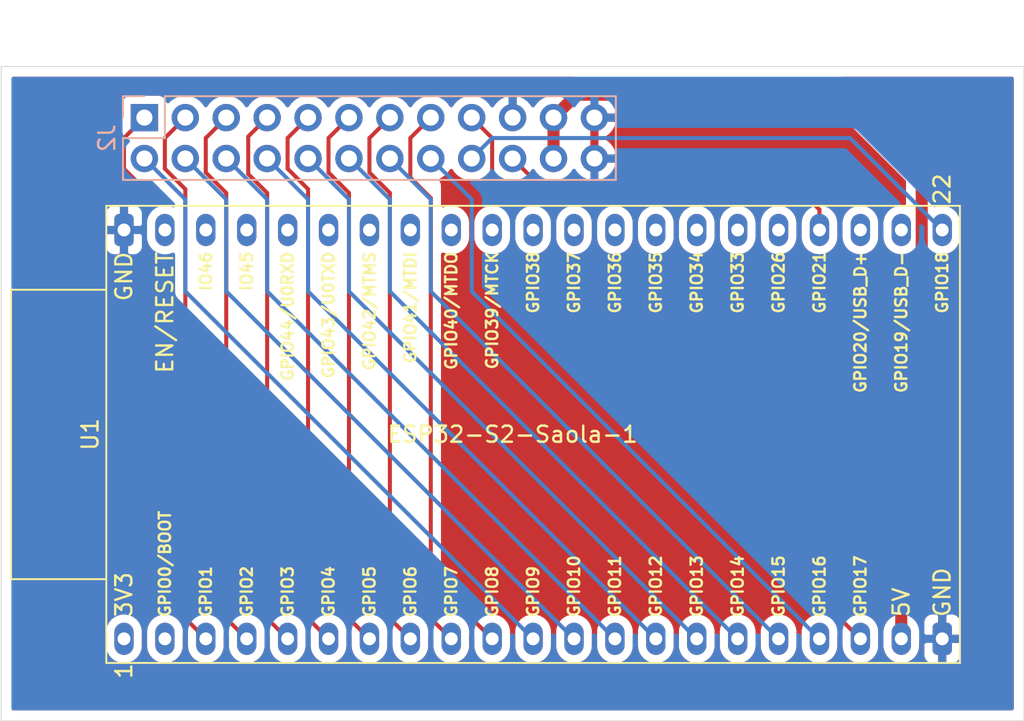
<source format=kicad_pcb>
(kicad_pcb (version 20171130) (host pcbnew 5.1.9+dfsg1-1)

  (general
    (thickness 1.6)
    (drawings 44)
    (tracks 85)
    (zones 0)
    (modules 2)
    (nets 42)
  )

  (page A4)
  (layers
    (0 F.Cu signal)
    (31 B.Cu signal)
    (32 B.Adhes user)
    (33 F.Adhes user)
    (34 B.Paste user)
    (35 F.Paste user)
    (36 B.SilkS user)
    (37 F.SilkS user)
    (38 B.Mask user)
    (39 F.Mask user)
    (40 Dwgs.User user)
    (41 Cmts.User user)
    (42 Eco1.User user)
    (43 Eco2.User user)
    (44 Edge.Cuts user)
    (45 Margin user)
    (46 B.CrtYd user)
    (47 F.CrtYd user)
    (48 B.Fab user)
    (49 F.Fab user)
  )

  (setup
    (last_trace_width 0.25)
    (user_trace_width 0.25)
    (user_trace_width 0.35)
    (user_trace_width 0.5)
    (user_trace_width 0.75)
    (trace_clearance 0.2)
    (zone_clearance 0.508)
    (zone_45_only no)
    (trace_min 0.2)
    (via_size 0.8)
    (via_drill 0.4)
    (via_min_size 0.4)
    (via_min_drill 0.3)
    (uvia_size 0.3)
    (uvia_drill 0.1)
    (uvias_allowed no)
    (uvia_min_size 0.2)
    (uvia_min_drill 0.1)
    (edge_width 0.05)
    (segment_width 0.2)
    (pcb_text_width 0.3)
    (pcb_text_size 1.5 1.5)
    (mod_edge_width 0.12)
    (mod_text_size 1 1)
    (mod_text_width 0.15)
    (pad_size 1.524 1.524)
    (pad_drill 0.762)
    (pad_to_mask_clearance 0)
    (aux_axis_origin 0 0)
    (visible_elements FFFFFF7F)
    (pcbplotparams
      (layerselection 0x010fc_ffffffff)
      (usegerberextensions false)
      (usegerberattributes true)
      (usegerberadvancedattributes true)
      (creategerberjobfile true)
      (excludeedgelayer true)
      (linewidth 0.100000)
      (plotframeref false)
      (viasonmask false)
      (mode 1)
      (useauxorigin false)
      (hpglpennumber 1)
      (hpglpenspeed 20)
      (hpglpendiameter 15.000000)
      (psnegative false)
      (psa4output false)
      (plotreference true)
      (plotvalue true)
      (plotinvisibletext false)
      (padsonsilk false)
      (subtractmaskfromsilk false)
      (outputformat 1)
      (mirror false)
      (drillshape 1)
      (scaleselection 1)
      (outputdirectory ""))
  )

  (net 0 "")
  (net 1 GND)
  (net 2 +5V)
  (net 3 DC)
  (net 4 SC)
  (net 5 TE)
  (net 6 SRQ_a)
  (net 7 D8)
  (net 8 ATN_a)
  (net 9 D7)
  (net 10 EOI_a)
  (net 11 D6)
  (net 12 DAV_a)
  (net 13 D5)
  (net 14 NRFD_a)
  (net 15 D4)
  (net 16 NDAC_a)
  (net 17 D3)
  (net 18 IFC_a)
  (net 19 D2)
  (net 20 REN_a)
  (net 21 D1)
  (net 22 "Net-(U1-Pad41)")
  (net 23 "Net-(U1-Pad40)")
  (net 24 "Net-(U1-Pad39)")
  (net 25 "Net-(U1-Pad38)")
  (net 26 "Net-(U1-Pad37)")
  (net 27 "Net-(U1-Pad36)")
  (net 28 "Net-(U1-Pad35)")
  (net 29 "Net-(U1-Pad34)")
  (net 30 "Net-(U1-Pad33)")
  (net 31 "Net-(U1-Pad32)")
  (net 32 "Net-(U1-Pad31)")
  (net 33 "Net-(U1-Pad30)")
  (net 34 "Net-(U1-Pad29)")
  (net 35 "Net-(U1-Pad28)")
  (net 36 "Net-(U1-Pad27)")
  (net 37 "Net-(U1-Pad26)")
  (net 38 "Net-(U1-Pad24)")
  (net 39 "Net-(U1-Pad23)")
  (net 40 "Net-(U1-Pad2)")
  (net 41 "Net-(U1-Pad1)")

  (net_class Default "This is the default net class."
    (clearance 0.2)
    (trace_width 0.25)
    (via_dia 0.8)
    (via_drill 0.4)
    (uvia_dia 0.3)
    (uvia_drill 0.1)
    (add_net +5V)
    (add_net ATN_a)
    (add_net D1)
    (add_net D2)
    (add_net D3)
    (add_net D4)
    (add_net D5)
    (add_net D6)
    (add_net D7)
    (add_net D8)
    (add_net DAV_a)
    (add_net DC)
    (add_net EOI_a)
    (add_net GND)
    (add_net IFC_a)
    (add_net NDAC_a)
    (add_net NRFD_a)
    (add_net "Net-(U1-Pad1)")
    (add_net "Net-(U1-Pad2)")
    (add_net "Net-(U1-Pad23)")
    (add_net "Net-(U1-Pad24)")
    (add_net "Net-(U1-Pad26)")
    (add_net "Net-(U1-Pad27)")
    (add_net "Net-(U1-Pad28)")
    (add_net "Net-(U1-Pad29)")
    (add_net "Net-(U1-Pad30)")
    (add_net "Net-(U1-Pad31)")
    (add_net "Net-(U1-Pad32)")
    (add_net "Net-(U1-Pad33)")
    (add_net "Net-(U1-Pad34)")
    (add_net "Net-(U1-Pad35)")
    (add_net "Net-(U1-Pad36)")
    (add_net "Net-(U1-Pad37)")
    (add_net "Net-(U1-Pad38)")
    (add_net "Net-(U1-Pad39)")
    (add_net "Net-(U1-Pad40)")
    (add_net "Net-(U1-Pad41)")
    (add_net REN_a)
    (add_net SC)
    (add_net SRQ_a)
    (add_net TE)
  )

  (module esp32:ESP32-S2-Saola-1 (layer F.Cu) (tedit 60F56BA8) (tstamp 617DF7C6)
    (at 71.12 111.76 90)
    (descr "Espressif ESP32-S2-Saola-1 Development Kit: https://docs.espressif.com/projects/esp-idf/en/latest/esp32s2/hw-reference/esp32s2/user-guide-saola-1-v1.2.html")
    (tags "esp32-s2 devkit")
    (path /617E1799)
    (fp_text reference U1 (at 12.70368 -2.09728 90) (layer F.SilkS)
      (effects (font (size 1 1) (thickness 0.15)))
    )
    (fp_text value ESP32-S2-Saola-1 (at 12.70368 24.13272) (layer F.SilkS)
      (effects (font (size 1 1) (thickness 0.15)))
    )
    (fp_line (start -1.24632 51.65272) (end -1.24632 -0.84728) (layer F.CrtYd) (width 0.05))
    (fp_line (start 26.65368 -0.84728) (end 26.65368 51.65272) (layer F.CrtYd) (width 0.05))
    (fp_line (start -1.24632 -0.84728) (end 26.65368 -0.84728) (layer F.CrtYd) (width 0.05))
    (fp_line (start 26.65368 51.65272) (end -1.24632 51.65272) (layer F.CrtYd) (width 0.05))
    (fp_line (start -1.496319 -1.09728) (end -1.49632 51.90272) (layer F.SilkS) (width 0.12))
    (fp_line (start 26.90368 -1.09728) (end -1.496319 -1.09728) (layer F.SilkS) (width 0.12))
    (fp_line (start 26.903679 51.90272) (end 26.90368 -1.09728) (layer F.SilkS) (width 0.12))
    (fp_line (start -1.49632 51.90272) (end 26.903679 51.90272) (layer F.SilkS) (width 0.12))
    (fp_line (start 3.7084 -1.1176) (end 3.7084 -7.0104) (layer F.SilkS) (width 0.12))
    (fp_line (start 3.7084 -7.0104) (end 21.6916 -7.0104) (layer F.SilkS) (width 0.12))
    (fp_line (start 21.6916 -7.0104) (end 21.6916 -1.1176) (layer F.SilkS) (width 0.12))
    (fp_text user 22 (at 27.95 50.8 90) (layer F.SilkS)
      (effects (font (size 1 1) (thickness 0.15)))
    )
    (fp_text user 1 (at -2 0 90) (layer F.SilkS)
      (effects (font (size 1 1) (thickness 0.15)))
    )
    (fp_text user GPIO37 (at 24.13368 27.94272 90 unlocked) (layer F.SilkS)
      (effects (font (size 0.7 0.7) (thickness 0.15)) (justify right))
    )
    (fp_text user GPIO19/USB_D- (at 24.13368 48.26272 90 unlocked) (layer F.SilkS)
      (effects (font (size 0.7 0.7) (thickness 0.15)) (justify right))
    )
    (fp_text user 5V (at 1.27368 48.26272 90 unlocked) (layer F.SilkS)
      (effects (font (size 1 1) (thickness 0.15)) (justify left))
    )
    (fp_text user GPIO41/MTDI (at 24.13368 17.78272 90 unlocked) (layer F.SilkS)
      (effects (font (size 0.7 0.7) (thickness 0.15)) (justify right))
    )
    (fp_text user GPIO20/USB_D+ (at 24.13368 45.72272 90 unlocked) (layer F.SilkS)
      (effects (font (size 0.7 0.7) (thickness 0.15)) (justify right))
    )
    (fp_text user GPIO11 (at 1.27368 30.48272 90 unlocked) (layer F.SilkS)
      (effects (font (size 0.7 0.7) (thickness 0.15)) (justify left))
    )
    (fp_text user GPIO17 (at 1.27368 45.72272 90 unlocked) (layer F.SilkS)
      (effects (font (size 0.7 0.7) (thickness 0.15)) (justify left))
    )
    (fp_text user GPIO1 (at 1.27368 5.08272 90 unlocked) (layer F.SilkS)
      (effects (font (size 0.7 0.7) (thickness 0.15)) (justify left))
    )
    (fp_text user GPIO0/BOOT (at 1.27368 2.54272 90 unlocked) (layer F.SilkS)
      (effects (font (size 0.7 0.7) (thickness 0.15)) (justify left))
    )
    (fp_text user GPIO14 (at 1.27368 38.10272 90 unlocked) (layer F.SilkS)
      (effects (font (size 0.7 0.7) (thickness 0.15)) (justify left))
    )
    (fp_text user GPIO9 (at 1.27368 25.40272 90 unlocked) (layer F.SilkS)
      (effects (font (size 0.7 0.7) (thickness 0.15)) (justify left))
    )
    (fp_text user GPIO6 (at 1.27368 17.78272 90 unlocked) (layer F.SilkS)
      (effects (font (size 0.7 0.7) (thickness 0.15)) (justify left))
    )
    (fp_text user GPIO39/MTCK (at 24.13368 22.86272 90 unlocked) (layer F.SilkS)
      (effects (font (size 0.7 0.7) (thickness 0.15)) (justify right))
    )
    (fp_text user GPIO2 (at 1.27368 7.62272 90 unlocked) (layer F.SilkS)
      (effects (font (size 0.7 0.7) (thickness 0.15)) (justify left))
    )
    (fp_text user GPIO13 (at 1.27368 35.56272 90 unlocked) (layer F.SilkS)
      (effects (font (size 0.7 0.7) (thickness 0.15)) (justify left))
    )
    (fp_text user GPIO26 (at 24.13368 40.64272 90 unlocked) (layer F.SilkS)
      (effects (font (size 0.7 0.7) (thickness 0.15)) (justify right))
    )
    (fp_text user GPIO8 (at 1.27368 22.86272 90 unlocked) (layer F.SilkS)
      (effects (font (size 0.7 0.7) (thickness 0.15)) (justify left))
    )
    (fp_text user GPIO42/MTMS (at 24.13368 15.24272 90 unlocked) (layer F.SilkS)
      (effects (font (size 0.7 0.7) (thickness 0.15)) (justify right))
    )
    (fp_text user 3V3 (at 1.27368 0.00272 90 unlocked) (layer F.SilkS)
      (effects (font (size 1 1) (thickness 0.15)) (justify left))
    )
    (fp_text user GPIO35 (at 24.13368 33.02272 90 unlocked) (layer F.SilkS)
      (effects (font (size 0.7 0.7) (thickness 0.15)) (justify right))
    )
    (fp_text user GPIO5 (at 1.27368 15.24272 90 unlocked) (layer F.SilkS)
      (effects (font (size 0.7 0.7) (thickness 0.15)) (justify left))
    )
    (fp_text user IO46 (at 24.13368 5.08272 90 unlocked) (layer F.SilkS)
      (effects (font (size 0.7 0.7) (thickness 0.15)) (justify right))
    )
    (fp_text user GPIO33 (at 24.13368 38.10272 90 unlocked) (layer F.SilkS)
      (effects (font (size 0.7 0.7) (thickness 0.15)) (justify right))
    )
    (fp_text user IO45 (at 24.13368 7.62272 90 unlocked) (layer F.SilkS)
      (effects (font (size 0.7 0.7) (thickness 0.15)) (justify right))
    )
    (fp_text user GPIO12 (at 1.27368 33.02272 90 unlocked) (layer F.SilkS)
      (effects (font (size 0.7 0.7) (thickness 0.15)) (justify left))
    )
    (fp_text user GPIO18 (at 24.13368 50.80272 90 unlocked) (layer F.SilkS)
      (effects (font (size 0.7 0.7) (thickness 0.15)) (justify right))
    )
    (fp_text user EN/RESET (at 24.13368 2.54272 90 unlocked) (layer F.SilkS)
      (effects (font (size 1 1) (thickness 0.15)) (justify right))
    )
    (fp_text user GPIO34 (at 24.13368 35.56272 90 unlocked) (layer F.SilkS)
      (effects (font (size 0.7 0.7) (thickness 0.15)) (justify right))
    )
    (fp_text user GPIO4 (at 1.27368 12.70272 90 unlocked) (layer F.SilkS)
      (effects (font (size 0.7 0.7) (thickness 0.15)) (justify left))
    )
    (fp_text user GPIO10 (at 1.27368 27.94272 90 unlocked) (layer F.SilkS)
      (effects (font (size 0.7 0.7) (thickness 0.15)) (justify left))
    )
    (fp_text user GPIO3 (at 1.27368 10.16272 90 unlocked) (layer F.SilkS)
      (effects (font (size 0.7 0.7) (thickness 0.15)) (justify left))
    )
    (fp_text user GPIO15 (at 1.27368 40.64272 90 unlocked) (layer F.SilkS)
      (effects (font (size 0.7 0.7) (thickness 0.15)) (justify left))
    )
    (fp_text user GPIO38 (at 24.13368 25.40272 90 unlocked) (layer F.SilkS)
      (effects (font (size 0.7 0.7) (thickness 0.15)) (justify right))
    )
    (fp_text user GPIO16 (at 1.27368 43.18272 90 unlocked) (layer F.SilkS)
      (effects (font (size 0.7 0.7) (thickness 0.15)) (justify left))
    )
    (fp_text user GPIO44/U0RXD (at 24.13368 10.16272 90 unlocked) (layer F.SilkS)
      (effects (font (size 0.7 0.7) (thickness 0.15)) (justify right))
    )
    (fp_text user GND (at 1.27368 50.80272 90 unlocked) (layer F.SilkS)
      (effects (font (size 1 1) (thickness 0.15)) (justify left))
    )
    (fp_text user GPIO40/MTDO (at 24.13368 20.32272 90 unlocked) (layer F.SilkS)
      (effects (font (size 0.7 0.7) (thickness 0.15)) (justify right))
    )
    (fp_text user GPIO36 (at 24.13368 30.48272 90 unlocked) (layer F.SilkS)
      (effects (font (size 0.7 0.7) (thickness 0.15)) (justify right))
    )
    (fp_text user GPIO43/U0TXD (at 24.13368 12.70272 90 unlocked) (layer F.SilkS)
      (effects (font (size 0.7 0.7) (thickness 0.15)) (justify right))
    )
    (fp_text user GPIO21 (at 24.13368 43.18272 90 unlocked) (layer F.SilkS)
      (effects (font (size 0.7 0.7) (thickness 0.15)) (justify right))
    )
    (fp_text user GND (at 24.13368 0.00272 90 unlocked) (layer F.SilkS)
      (effects (font (size 1 1) (thickness 0.15)) (justify right))
    )
    (fp_text user GPIO7 (at 1.27368 20.32272 90 unlocked) (layer F.SilkS)
      (effects (font (size 0.7 0.7) (thickness 0.15)) (justify left))
    )
    (fp_text user REF** (at 0 0 90) (layer F.Fab)
      (effects (font (size 1 1) (thickness 0.15)))
    )
    (pad 42 thru_hole roundrect (at 25.40368 0.00272) (size 1.2 2) (drill 0.8) (layers *.Cu *.Mask) (roundrect_rratio 0.25)
      (net 1 GND))
    (pad 41 thru_hole oval (at 25.40368 2.54272) (size 1.2 2) (drill 0.8) (layers *.Cu *.Mask)
      (net 22 "Net-(U1-Pad41)"))
    (pad 40 thru_hole oval (at 25.40368 5.08272) (size 1.2 2) (drill 0.8) (layers *.Cu *.Mask)
      (net 23 "Net-(U1-Pad40)"))
    (pad 39 thru_hole oval (at 25.40368 7.62272) (size 1.2 2) (drill 0.8) (layers *.Cu *.Mask)
      (net 24 "Net-(U1-Pad39)"))
    (pad 38 thru_hole oval (at 25.40368 10.16272) (size 1.2 2) (drill 0.8) (layers *.Cu *.Mask)
      (net 25 "Net-(U1-Pad38)"))
    (pad 37 thru_hole oval (at 25.40368 12.70272) (size 1.2 2) (drill 0.8) (layers *.Cu *.Mask)
      (net 26 "Net-(U1-Pad37)"))
    (pad 36 thru_hole oval (at 25.40368 15.24272) (size 1.2 2) (drill 0.8) (layers *.Cu *.Mask)
      (net 27 "Net-(U1-Pad36)"))
    (pad 35 thru_hole oval (at 25.40368 17.78272) (size 1.2 2) (drill 0.8) (layers *.Cu *.Mask)
      (net 28 "Net-(U1-Pad35)"))
    (pad 34 thru_hole oval (at 25.40368 20.32272) (size 1.2 2) (drill 0.8) (layers *.Cu *.Mask)
      (net 29 "Net-(U1-Pad34)"))
    (pad 33 thru_hole oval (at 25.40368 22.86272) (size 1.2 2) (drill 0.8) (layers *.Cu *.Mask)
      (net 30 "Net-(U1-Pad33)"))
    (pad 32 thru_hole oval (at 25.40368 25.40272) (size 1.2 2) (drill 0.8) (layers *.Cu *.Mask)
      (net 31 "Net-(U1-Pad32)"))
    (pad 31 thru_hole oval (at 25.40368 27.94272) (size 1.2 2) (drill 0.8) (layers *.Cu *.Mask)
      (net 32 "Net-(U1-Pad31)"))
    (pad 30 thru_hole oval (at 25.40368 30.48272) (size 1.2 2) (drill 0.8) (layers *.Cu *.Mask)
      (net 33 "Net-(U1-Pad30)"))
    (pad 29 thru_hole oval (at 25.40368 33.02272) (size 1.2 2) (drill 0.8) (layers *.Cu *.Mask)
      (net 34 "Net-(U1-Pad29)"))
    (pad 28 thru_hole oval (at 25.40368 35.56272) (size 1.2 2) (drill 0.8) (layers *.Cu *.Mask)
      (net 35 "Net-(U1-Pad28)"))
    (pad 27 thru_hole oval (at 25.40368 38.10272) (size 1.2 2) (drill 0.8) (layers *.Cu *.Mask)
      (net 36 "Net-(U1-Pad27)"))
    (pad 26 thru_hole oval (at 25.40368 40.64272) (size 1.2 2) (drill 0.8) (layers *.Cu *.Mask)
      (net 37 "Net-(U1-Pad26)"))
    (pad 25 thru_hole oval (at 25.40368 43.18272) (size 1.2 2) (drill 0.8) (layers *.Cu *.Mask)
      (net 3 DC))
    (pad 24 thru_hole oval (at 25.40368 45.72272) (size 1.2 2) (drill 0.8) (layers *.Cu *.Mask)
      (net 38 "Net-(U1-Pad24)"))
    (pad 23 thru_hole oval (at 25.40368 48.26272) (size 1.2 2) (drill 0.8) (layers *.Cu *.Mask)
      (net 39 "Net-(U1-Pad23)"))
    (pad 22 thru_hole oval (at 25.40368 50.80272) (size 1.2 2) (drill 0.8) (layers *.Cu *.Mask)
      (net 4 SC))
    (pad 21 thru_hole roundrect (at 0.00368 50.80272) (size 1.2 2) (drill 0.8) (layers *.Cu *.Mask) (roundrect_rratio 0.25)
      (net 1 GND))
    (pad 20 thru_hole oval (at 0.00368 48.26272) (size 1.2 2) (drill 0.8) (layers *.Cu *.Mask)
      (net 2 +5V))
    (pad 19 thru_hole oval (at 0.00368 45.72272) (size 1.2 2) (drill 0.8) (layers *.Cu *.Mask)
      (net 5 TE))
    (pad 18 thru_hole oval (at 0.00368 43.18272) (size 1.2 2) (drill 0.8) (layers *.Cu *.Mask)
      (net 6 SRQ_a))
    (pad 17 thru_hole oval (at 0.00368 40.64272) (size 1.2 2) (drill 0.8) (layers *.Cu *.Mask)
      (net 8 ATN_a))
    (pad 16 thru_hole oval (at 0.00368 38.10272) (size 1.2 2) (drill 0.8) (layers *.Cu *.Mask)
      (net 10 EOI_a))
    (pad 15 thru_hole oval (at 0.00368 35.56272) (size 1.2 2) (drill 0.8) (layers *.Cu *.Mask)
      (net 12 DAV_a))
    (pad 14 thru_hole oval (at 0.00368 33.02272) (size 1.2 2) (drill 0.8) (layers *.Cu *.Mask)
      (net 14 NRFD_a))
    (pad 13 thru_hole oval (at 0.00368 30.48272) (size 1.2 2) (drill 0.8) (layers *.Cu *.Mask)
      (net 16 NDAC_a))
    (pad 12 thru_hole oval (at 0.00368 27.94272) (size 1.2 2) (drill 0.8) (layers *.Cu *.Mask)
      (net 18 IFC_a))
    (pad 11 thru_hole oval (at 0.00368 25.40272) (size 1.2 2) (drill 0.8) (layers *.Cu *.Mask)
      (net 20 REN_a))
    (pad 10 thru_hole oval (at 0.00368 22.86272) (size 1.2 2) (drill 0.8) (layers *.Cu *.Mask)
      (net 7 D8))
    (pad 9 thru_hole oval (at 0.00368 20.32272) (size 1.2 2) (drill 0.8) (layers *.Cu *.Mask)
      (net 9 D7))
    (pad 8 thru_hole oval (at 0.00368 17.78272) (size 1.2 2) (drill 0.8) (layers *.Cu *.Mask)
      (net 11 D6))
    (pad 7 thru_hole oval (at 0.00368 15.24272) (size 1.2 2) (drill 0.8) (layers *.Cu *.Mask)
      (net 13 D5))
    (pad 6 thru_hole oval (at 0.00368 12.70272) (size 1.2 2) (drill 0.8) (layers *.Cu *.Mask)
      (net 15 D4))
    (pad 5 thru_hole oval (at 0.00368 10.16272) (size 1.2 2) (drill 0.8) (layers *.Cu *.Mask)
      (net 17 D3))
    (pad 4 thru_hole oval (at 0.00368 7.62272) (size 1.2 2) (drill 0.8) (layers *.Cu *.Mask)
      (net 19 D2))
    (pad 3 thru_hole oval (at 0.00368 5.08272) (size 1.2 2) (drill 0.8) (layers *.Cu *.Mask)
      (net 21 D1))
    (pad 2 thru_hole oval (at 0.00368 2.54272) (size 1.2 2) (drill 0.8) (layers *.Cu *.Mask)
      (net 40 "Net-(U1-Pad2)"))
    (pad 1 thru_hole oval (at 0.00368 0.00272) (size 1.2 2) (drill 0.8) (layers *.Cu *.Mask)
      (net 41 "Net-(U1-Pad1)"))
  )

  (module Connector_PinHeader_2.54mm:PinHeader_2x12_P2.54mm_Vertical (layer B.Cu) (tedit 59FED5CC) (tstamp 617DF760)
    (at 72.39 79.375 270)
    (descr "Through hole straight pin header, 2x12, 2.54mm pitch, double rows")
    (tags "Through hole pin header THT 2x12 2.54mm double row")
    (path /617ED5E6)
    (fp_text reference J2 (at 1.27 2.33 270) (layer B.SilkS)
      (effects (font (size 1 1) (thickness 0.15)) (justify mirror))
    )
    (fp_text value Conn_02x12_Odd_Even (at 1.27 -30.27 270) (layer B.Fab)
      (effects (font (size 1 1) (thickness 0.15)) (justify mirror))
    )
    (fp_line (start 0 1.27) (end 3.81 1.27) (layer B.Fab) (width 0.1))
    (fp_line (start 3.81 1.27) (end 3.81 -29.21) (layer B.Fab) (width 0.1))
    (fp_line (start 3.81 -29.21) (end -1.27 -29.21) (layer B.Fab) (width 0.1))
    (fp_line (start -1.27 -29.21) (end -1.27 0) (layer B.Fab) (width 0.1))
    (fp_line (start -1.27 0) (end 0 1.27) (layer B.Fab) (width 0.1))
    (fp_line (start -1.33 -29.27) (end 3.87 -29.27) (layer B.SilkS) (width 0.12))
    (fp_line (start -1.33 -1.27) (end -1.33 -29.27) (layer B.SilkS) (width 0.12))
    (fp_line (start 3.87 1.33) (end 3.87 -29.27) (layer B.SilkS) (width 0.12))
    (fp_line (start -1.33 -1.27) (end 1.27 -1.27) (layer B.SilkS) (width 0.12))
    (fp_line (start 1.27 -1.27) (end 1.27 1.33) (layer B.SilkS) (width 0.12))
    (fp_line (start 1.27 1.33) (end 3.87 1.33) (layer B.SilkS) (width 0.12))
    (fp_line (start -1.33 0) (end -1.33 1.33) (layer B.SilkS) (width 0.12))
    (fp_line (start -1.33 1.33) (end 0 1.33) (layer B.SilkS) (width 0.12))
    (fp_line (start -1.8 1.8) (end -1.8 -29.75) (layer B.CrtYd) (width 0.05))
    (fp_line (start -1.8 -29.75) (end 4.35 -29.75) (layer B.CrtYd) (width 0.05))
    (fp_line (start 4.35 -29.75) (end 4.35 1.8) (layer B.CrtYd) (width 0.05))
    (fp_line (start 4.35 1.8) (end -1.8 1.8) (layer B.CrtYd) (width 0.05))
    (fp_text user %R (at 1.27 -13.97) (layer B.Fab)
      (effects (font (size 1 1) (thickness 0.15)) (justify mirror))
    )
    (pad 24 thru_hole oval (at 2.54 -27.94 270) (size 1.7 1.7) (drill 1) (layers *.Cu *.Mask)
      (net 1 GND))
    (pad 23 thru_hole oval (at 0 -27.94 270) (size 1.7 1.7) (drill 1) (layers *.Cu *.Mask)
      (net 1 GND))
    (pad 22 thru_hole oval (at 2.54 -25.4 270) (size 1.7 1.7) (drill 1) (layers *.Cu *.Mask)
      (net 2 +5V))
    (pad 21 thru_hole oval (at 0 -25.4 270) (size 1.7 1.7) (drill 1) (layers *.Cu *.Mask)
      (net 2 +5V))
    (pad 20 thru_hole oval (at 2.54 -22.86 270) (size 1.7 1.7) (drill 1) (layers *.Cu *.Mask)
      (net 3 DC))
    (pad 19 thru_hole oval (at 0 -22.86 270) (size 1.7 1.7) (drill 1) (layers *.Cu *.Mask)
      (net 1 GND))
    (pad 18 thru_hole oval (at 2.54 -20.32 270) (size 1.7 1.7) (drill 1) (layers *.Cu *.Mask)
      (net 4 SC))
    (pad 17 thru_hole oval (at 0 -20.32 270) (size 1.7 1.7) (drill 1) (layers *.Cu *.Mask)
      (net 5 TE))
    (pad 16 thru_hole oval (at 2.54 -17.78 270) (size 1.7 1.7) (drill 1) (layers *.Cu *.Mask)
      (net 6 SRQ_a))
    (pad 15 thru_hole oval (at 0 -17.78 270) (size 1.7 1.7) (drill 1) (layers *.Cu *.Mask)
      (net 7 D8))
    (pad 14 thru_hole oval (at 2.54 -15.24 270) (size 1.7 1.7) (drill 1) (layers *.Cu *.Mask)
      (net 8 ATN_a))
    (pad 13 thru_hole oval (at 0 -15.24 270) (size 1.7 1.7) (drill 1) (layers *.Cu *.Mask)
      (net 9 D7))
    (pad 12 thru_hole oval (at 2.54 -12.7 270) (size 1.7 1.7) (drill 1) (layers *.Cu *.Mask)
      (net 10 EOI_a))
    (pad 11 thru_hole oval (at 0 -12.7 270) (size 1.7 1.7) (drill 1) (layers *.Cu *.Mask)
      (net 11 D6))
    (pad 10 thru_hole oval (at 2.54 -10.16 270) (size 1.7 1.7) (drill 1) (layers *.Cu *.Mask)
      (net 12 DAV_a))
    (pad 9 thru_hole oval (at 0 -10.16 270) (size 1.7 1.7) (drill 1) (layers *.Cu *.Mask)
      (net 13 D5))
    (pad 8 thru_hole oval (at 2.54 -7.62 270) (size 1.7 1.7) (drill 1) (layers *.Cu *.Mask)
      (net 14 NRFD_a))
    (pad 7 thru_hole oval (at 0 -7.62 270) (size 1.7 1.7) (drill 1) (layers *.Cu *.Mask)
      (net 15 D4))
    (pad 6 thru_hole oval (at 2.54 -5.08 270) (size 1.7 1.7) (drill 1) (layers *.Cu *.Mask)
      (net 16 NDAC_a))
    (pad 5 thru_hole oval (at 0 -5.08 270) (size 1.7 1.7) (drill 1) (layers *.Cu *.Mask)
      (net 17 D3))
    (pad 4 thru_hole oval (at 2.54 -2.54 270) (size 1.7 1.7) (drill 1) (layers *.Cu *.Mask)
      (net 18 IFC_a))
    (pad 3 thru_hole oval (at 0 -2.54 270) (size 1.7 1.7) (drill 1) (layers *.Cu *.Mask)
      (net 19 D2))
    (pad 2 thru_hole oval (at 2.54 0 270) (size 1.7 1.7) (drill 1) (layers *.Cu *.Mask)
      (net 20 REN_a))
    (pad 1 thru_hole rect (at 0 0 270) (size 1.7 1.7) (drill 1) (layers *.Cu *.Mask)
      (net 21 D1))
    (model ${KISYS3DMOD}/Connector_PinHeader_2.54mm.3dshapes/PinHeader_2x12_P2.54mm_Vertical.wrl
      (at (xyz 0 0 0))
      (scale (xyz 1 1 1))
      (rotate (xyz 0 0 0))
    )
  )

  (gr_line (start 63.5 116.84) (end 63.5 76.2) (layer Edge.Cuts) (width 0.05) (tstamp 617DFFB8))
  (gr_line (start 127 116.84) (end 63.5 116.84) (layer Edge.Cuts) (width 0.05))
  (gr_line (start 127 76.2) (end 127 116.84) (layer Edge.Cuts) (width 0.05))
  (gr_line (start 63.5 76.2) (end 127 76.2) (layer Edge.Cuts) (width 0.05))
  (gr_line (start 84.06892 86.05774) (end 70.76694 86.05774) (layer Eco1.User) (width 0.05) (tstamp 617DFCB3))
  (gr_line (start 84.06892 97.917) (end 84.06892 86.05774) (layer Eco1.User) (width 0.05) (tstamp 617DFCB6))
  (gr_line (start 126.74854 88.52662) (end 112.74806 88.52662) (layer Eco1.User) (width 0.05) (tstamp 617DFCB9))
  (gr_line (start 67.84848 101.55682) (end 67.84848 116.65712) (layer Eco1.User) (width 0.05) (tstamp 617DFCBC))
  (gr_line (start 113.49228 87.64778) (end 126.43358 87.64778) (layer Eco1.User) (width 0.05) (tstamp 617DFCBF))
  (gr_line (start 126.9492 76.11364) (end 126.9492 116.75364) (layer Eco1.User) (width 0.05) (tstamp 617DFCC2))
  (gr_line (start 87.45728 86.94166) (end 87.45728 91.5416) (layer Eco1.User) (width 0.05) (tstamp 617DFCC5))
  (gr_line (start 87.884 86.05774) (end 87.884 97.917) (layer Eco1.User) (width 0.05) (tstamp 617DFCC8))
  (gr_line (start 126.74854 100.52812) (end 126.74854 88.52662) (layer Eco1.User) (width 0.05) (tstamp 617DFCCB))
  (gr_line (start 103.78186 86.05774) (end 87.884 86.05774) (layer Eco1.User) (width 0.05) (tstamp 617DFCCE))
  (gr_line (start 110.53318 77.7621) (end 110.53318 86.36254) (layer Eco1.User) (width 0.05) (tstamp 617DFCD1))
  (gr_line (start 126.9492 116.75364) (end 63.4492 116.75364) (layer Eco1.User) (width 0.05) (tstamp 617DFCD4))
  (gr_line (start 68.01358 86.94166) (end 70.31228 86.94166) (layer Eco1.User) (width 0.05) (tstamp 617DFCD7))
  (gr_line (start 68.01358 91.5416) (end 68.01358 86.94166) (layer Eco1.User) (width 0.05) (tstamp 617DFCDA))
  (gr_line (start 106.53268 86.36254) (end 106.53268 77.7621) (layer Eco1.User) (width 0.05) (tstamp 617DFCDD))
  (gr_line (start 113.49228 87.64778) (end 113.49228 76.45654) (layer Eco1.User) (width 0.05) (tstamp 617DFCE0))
  (gr_line (start 122.54738 101.55682) (end 122.54738 116.65712) (layer Eco1.User) (width 0.05) (tstamp 617DFCE3))
  (gr_line (start 70.31228 91.5416) (end 68.01358 91.5416) (layer Eco1.User) (width 0.05) (tstamp 617DFCE6))
  (gr_line (start 87.45728 91.5416) (end 85.15858 91.5416) (layer Eco1.User) (width 0.05) (tstamp 617DFCE9))
  (gr_line (start 110.53318 86.36254) (end 106.53268 86.36254) (layer Eco1.User) (width 0.05) (tstamp 617DFCEC))
  (gr_line (start 67.84848 101.55682) (end 122.54738 101.55682) (layer Eco1.User) (width 0.05) (tstamp 617DFCEF))
  (gr_line (start 70.76694 97.917) (end 84.06892 97.917) (layer Eco1.User) (width 0.05) (tstamp 617DFCF2))
  (gr_line (start 103.78186 97.917) (end 103.78186 86.05774) (layer Eco1.User) (width 0.05) (tstamp 617DFCF5))
  (gr_line (start 106.53268 77.7621) (end 110.53318 77.7621) (layer Eco1.User) (width 0.05) (tstamp 617DFCF8))
  (gr_line (start 85.15858 91.5416) (end 85.15858 86.94166) (layer Eco1.User) (width 0.05) (tstamp 617DFCFB))
  (gr_line (start 122.54738 116.65712) (end 67.84848 116.65712) (layer Eco1.User) (width 0.05) (tstamp 617DFCFE))
  (gr_line (start 85.15858 86.94166) (end 87.45728 86.94166) (layer Eco1.User) (width 0.05) (tstamp 617DFD01))
  (gr_line (start 112.74806 88.52662) (end 112.74806 100.52812) (layer Eco1.User) (width 0.05) (tstamp 617DFD04))
  (gr_line (start 112.74806 100.52812) (end 126.74854 100.52812) (layer Eco1.User) (width 0.05) (tstamp 617DFD07))
  (gr_line (start 70.76694 86.05774) (end 70.76694 97.917) (layer Eco1.User) (width 0.05) (tstamp 617DFD0A))
  (gr_line (start 70.53834 83.62696) (end 70.53834 77.52842) (layer Eco1.User) (width 0.05) (tstamp 617DFD0D))
  (gr_line (start 63.4492 76.11364) (end 126.9492 76.11364) (layer Eco1.User) (width 0.05) (tstamp 617DFD10))
  (gr_line (start 70.31228 86.94166) (end 70.31228 91.5416) (layer Eco1.User) (width 0.05) (tstamp 617DFD13))
  (gr_line (start 126.43358 76.45654) (end 126.43358 87.64778) (layer Eco1.User) (width 0.05) (tstamp 617DFD16))
  (gr_line (start 102.03688 83.62696) (end 70.53834 83.62696) (layer Eco1.User) (width 0.05) (tstamp 617DFD19))
  (gr_line (start 70.53834 77.52842) (end 102.03688 77.52842) (layer Eco1.User) (width 0.05) (tstamp 617DFD1C))
  (gr_line (start 102.03688 77.52842) (end 102.03688 83.62696) (layer Eco1.User) (width 0.05) (tstamp 617DFD1F))
  (gr_line (start 126.43358 76.45654) (end 113.49228 76.45654) (layer Eco1.User) (width 0.05) (tstamp 617DFD22))
  (gr_line (start 63.4492 116.75364) (end 63.4492 76.11364) (layer Eco1.User) (width 0.05) (tstamp 617DFD25))
  (gr_line (start 87.884 97.917) (end 103.78186 97.917) (layer Eco1.User) (width 0.05) (tstamp 617DFD28))

  (segment (start 97.79 81.915) (end 97.79 79.375) (width 0.75) (layer F.Cu) (net 2))
  (segment (start 119.38 109.22) (end 119.38 111.76) (width 0.75) (layer F.Cu) (net 2))
  (segment (start 120.65 83.021885) (end 120.65 107.95) (width 0.75) (layer F.Cu) (net 2))
  (segment (start 120.65 107.95) (end 119.38 109.22) (width 0.75) (layer F.Cu) (net 2))
  (segment (start 115.578114 77.949999) (end 120.65 83.021885) (width 0.75) (layer F.Cu) (net 2))
  (segment (start 99.215001 77.949999) (end 115.578114 77.949999) (width 0.75) (layer F.Cu) (net 2))
  (segment (start 97.79 79.375) (end 99.215001 77.949999) (width 0.75) (layer F.Cu) (net 2))
  (segment (start 114.3 85.09) (end 114.3 86.36) (width 0.25) (layer F.Cu) (net 3))
  (segment (start 113.03 83.82) (end 114.3 85.09) (width 0.25) (layer F.Cu) (net 3))
  (segment (start 97.155 83.82) (end 113.03 83.82) (width 0.25) (layer F.Cu) (net 3))
  (segment (start 95.885 82.55) (end 97.155 83.82) (width 0.25) (layer F.Cu) (net 3))
  (segment (start 95.885 82.55) (end 95.25 81.915) (width 0.25) (layer F.Cu) (net 3))
  (segment (start 93.98 80.645) (end 92.71 81.915) (width 0.25) (layer B.Cu) (net 4))
  (segment (start 116.205 80.645) (end 93.98 80.645) (width 0.25) (layer B.Cu) (net 4))
  (segment (start 121.92 86.36) (end 116.205 80.645) (width 0.25) (layer B.Cu) (net 4))
  (segment (start 93.98 80.645) (end 92.71 79.375) (width 0.25) (layer F.Cu) (net 5))
  (segment (start 93.98 83.185) (end 93.98 80.645) (width 0.25) (layer F.Cu) (net 5))
  (segment (start 95.25 84.455) (end 93.98 83.185) (width 0.25) (layer F.Cu) (net 5))
  (segment (start 95.25 87.63) (end 95.25 90.17) (width 0.25) (layer F.Cu) (net 5))
  (segment (start 95.25 87.63) (end 95.25 84.455) (width 0.25) (layer F.Cu) (net 5))
  (segment (start 95.25 90.17) (end 116.84 111.76) (width 0.25) (layer F.Cu) (net 5))
  (segment (start 92.71 90.17) (end 114.3 111.76) (width 0.25) (layer B.Cu) (net 6))
  (segment (start 92.71 84.455) (end 92.71 90.17) (width 0.25) (layer B.Cu) (net 6))
  (segment (start 90.17 81.915) (end 92.71 84.455) (width 0.25) (layer B.Cu) (net 6))
  (segment (start 88.9 80.645) (end 90.17 79.375) (width 0.25) (layer F.Cu) (net 7))
  (segment (start 88.9 83.102001) (end 88.9 80.645) (width 0.25) (layer F.Cu) (net 7))
  (segment (start 90.17 84.372001) (end 88.9 83.102001) (width 0.25) (layer F.Cu) (net 7))
  (segment (start 90.17 107.95) (end 90.17 84.372001) (width 0.25) (layer F.Cu) (net 7))
  (segment (start 93.98 111.76) (end 90.17 107.95) (width 0.25) (layer F.Cu) (net 7))
  (segment (start 90.17 90.17) (end 111.76 111.76) (width 0.25) (layer B.Cu) (net 8))
  (segment (start 90.17 84.455) (end 90.17 90.17) (width 0.25) (layer B.Cu) (net 8))
  (segment (start 87.63 81.915) (end 90.17 84.455) (width 0.25) (layer B.Cu) (net 8))
  (segment (start 86.36 80.645) (end 87.63 79.375) (width 0.25) (layer F.Cu) (net 9))
  (segment (start 86.36 82.784501) (end 86.36 80.645) (width 0.25) (layer F.Cu) (net 9))
  (segment (start 87.63 84.054501) (end 86.36 82.784501) (width 0.25) (layer F.Cu) (net 9))
  (segment (start 87.63 107.95) (end 87.63 84.054501) (width 0.25) (layer F.Cu) (net 9))
  (segment (start 91.44 111.76) (end 87.63 107.95) (width 0.25) (layer F.Cu) (net 9))
  (segment (start 87.63 90.17) (end 109.22 111.76) (width 0.25) (layer B.Cu) (net 10))
  (segment (start 87.63 84.455) (end 87.63 90.17) (width 0.25) (layer B.Cu) (net 10))
  (segment (start 85.09 81.915) (end 87.63 84.455) (width 0.25) (layer B.Cu) (net 10))
  (segment (start 83.82 80.645) (end 85.09 79.375) (width 0.25) (layer F.Cu) (net 11))
  (segment (start 83.82 82.784501) (end 83.82 80.645) (width 0.25) (layer F.Cu) (net 11))
  (segment (start 85.09 84.054501) (end 83.82 82.784501) (width 0.25) (layer F.Cu) (net 11))
  (segment (start 85.09 107.95) (end 85.09 84.054501) (width 0.25) (layer F.Cu) (net 11))
  (segment (start 88.9 111.76) (end 85.09 107.95) (width 0.25) (layer F.Cu) (net 11))
  (segment (start 85.09 90.17) (end 106.68 111.76) (width 0.25) (layer B.Cu) (net 12))
  (segment (start 85.09 84.455) (end 85.09 90.17) (width 0.25) (layer B.Cu) (net 12))
  (segment (start 82.55 81.915) (end 85.09 84.455) (width 0.25) (layer B.Cu) (net 12))
  (segment (start 81.28 80.645) (end 82.55 79.375) (width 0.25) (layer F.Cu) (net 13))
  (segment (start 81.28 82.55) (end 81.28 80.645) (width 0.25) (layer F.Cu) (net 13))
  (segment (start 82.55 83.82) (end 81.28 82.55) (width 0.25) (layer F.Cu) (net 13))
  (segment (start 82.55 107.95) (end 82.55 83.82) (width 0.25) (layer F.Cu) (net 13))
  (segment (start 86.36 111.76) (end 82.55 107.95) (width 0.25) (layer F.Cu) (net 13))
  (segment (start 82.55 90.17) (end 104.14 111.76) (width 0.25) (layer B.Cu) (net 14))
  (segment (start 82.55 84.455) (end 82.55 90.17) (width 0.25) (layer B.Cu) (net 14))
  (segment (start 80.01 81.915) (end 82.55 84.455) (width 0.25) (layer B.Cu) (net 14))
  (segment (start 78.834999 80.550001) (end 80.01 79.375) (width 0.25) (layer F.Cu) (net 15))
  (segment (start 78.834999 82.8795) (end 78.834999 80.550001) (width 0.25) (layer F.Cu) (net 15))
  (segment (start 80.01 84.054501) (end 78.834999 82.8795) (width 0.25) (layer F.Cu) (net 15))
  (segment (start 80.01 107.95) (end 80.01 84.054501) (width 0.25) (layer F.Cu) (net 15))
  (segment (start 83.82 111.76) (end 80.01 107.95) (width 0.25) (layer F.Cu) (net 15))
  (segment (start 80.01 90.17) (end 101.6 111.76) (width 0.25) (layer B.Cu) (net 16))
  (segment (start 80.01 84.455) (end 80.01 90.17) (width 0.25) (layer B.Cu) (net 16))
  (segment (start 77.47 81.915) (end 80.01 84.455) (width 0.25) (layer B.Cu) (net 16))
  (segment (start 76.2 80.645) (end 77.47 79.375) (width 0.25) (layer F.Cu) (net 17))
  (segment (start 76.2 82.784501) (end 76.2 80.645) (width 0.25) (layer F.Cu) (net 17))
  (segment (start 77.47 107.95) (end 77.47 84.054501) (width 0.25) (layer F.Cu) (net 17))
  (segment (start 77.47 84.054501) (end 76.2 82.784501) (width 0.25) (layer F.Cu) (net 17))
  (segment (start 81.28 111.76) (end 77.47 107.95) (width 0.25) (layer F.Cu) (net 17))
  (segment (start 77.47 90.17) (end 99.06 111.76) (width 0.25) (layer B.Cu) (net 18))
  (segment (start 77.47 84.455) (end 77.47 90.17) (width 0.25) (layer B.Cu) (net 18))
  (segment (start 74.93 81.915) (end 77.47 84.455) (width 0.25) (layer B.Cu) (net 18))
  (segment (start 73.66 80.645) (end 74.93 79.375) (width 0.25) (layer F.Cu) (net 19))
  (segment (start 73.66 82.55) (end 73.66 80.645) (width 0.25) (layer F.Cu) (net 19))
  (segment (start 74.93 83.82) (end 73.66 82.55) (width 0.25) (layer F.Cu) (net 19))
  (segment (start 74.93 107.95) (end 74.93 83.82) (width 0.25) (layer F.Cu) (net 19))
  (segment (start 78.74 111.76) (end 74.93 107.95) (width 0.25) (layer F.Cu) (net 19))
  (segment (start 74.93 90.17) (end 96.52 111.76) (width 0.25) (layer B.Cu) (net 20))
  (segment (start 74.93 84.455) (end 74.93 90.17) (width 0.25) (layer B.Cu) (net 20))
  (segment (start 72.39 81.915) (end 74.93 84.455) (width 0.25) (layer B.Cu) (net 20))
  (segment (start 71.12 80.645) (end 72.39 79.375) (width 0.25) (layer F.Cu) (net 21))
  (segment (start 71.12 82.55) (end 71.12 80.645) (width 0.25) (layer F.Cu) (net 21))
  (segment (start 72.39 83.82) (end 71.12 82.55) (width 0.25) (layer F.Cu) (net 21))
  (segment (start 72.39 107.95) (end 72.39 83.82) (width 0.25) (layer F.Cu) (net 21))
  (segment (start 76.2 111.76) (end 72.39 107.95) (width 0.25) (layer F.Cu) (net 21))

  (zone (net 1) (net_name GND) (layer F.Cu) (tstamp 0) (hatch edge 0.508)
    (connect_pads (clearance 0.508))
    (min_thickness 0.254)
    (fill yes (arc_segments 32) (thermal_gap 0.508) (thermal_bridge_width 0.508))
    (polygon
      (pts
        (xy 126.365 116.205) (xy 64.135 116.205) (xy 64.135 76.835) (xy 126.365 76.835)
      )
    )
    (filled_polygon
      (pts
        (xy 98.826621 77.012367) (xy 98.651161 77.106152) (xy 98.497368 77.232366) (xy 98.465744 77.2709) (xy 97.846644 77.89)
        (xy 97.64374 77.89) (xy 97.356842 77.947068) (xy 97.086589 78.05901) (xy 96.843368 78.221525) (xy 96.636525 78.428368)
        (xy 96.514805 78.610534) (xy 96.445178 78.493645) (xy 96.250269 78.277412) (xy 96.01692 78.103359) (xy 95.754099 77.978175)
        (xy 95.60689 77.933524) (xy 95.377 78.054845) (xy 95.377 79.248) (xy 95.397 79.248) (xy 95.397 79.502)
        (xy 95.377 79.502) (xy 95.377 79.522) (xy 95.123 79.522) (xy 95.123 79.502) (xy 95.103 79.502)
        (xy 95.103 79.248) (xy 95.123 79.248) (xy 95.123 78.054845) (xy 94.89311 77.933524) (xy 94.745901 77.978175)
        (xy 94.48308 78.103359) (xy 94.249731 78.277412) (xy 94.054822 78.493645) (xy 93.985195 78.610534) (xy 93.863475 78.428368)
        (xy 93.656632 78.221525) (xy 93.413411 78.05901) (xy 93.143158 77.947068) (xy 92.85626 77.89) (xy 92.56374 77.89)
        (xy 92.276842 77.947068) (xy 92.006589 78.05901) (xy 91.763368 78.221525) (xy 91.556525 78.428368) (xy 91.44 78.60276)
        (xy 91.323475 78.428368) (xy 91.116632 78.221525) (xy 90.873411 78.05901) (xy 90.603158 77.947068) (xy 90.31626 77.89)
        (xy 90.02374 77.89) (xy 89.736842 77.947068) (xy 89.466589 78.05901) (xy 89.223368 78.221525) (xy 89.016525 78.428368)
        (xy 88.9 78.60276) (xy 88.783475 78.428368) (xy 88.576632 78.221525) (xy 88.333411 78.05901) (xy 88.063158 77.947068)
        (xy 87.77626 77.89) (xy 87.48374 77.89) (xy 87.196842 77.947068) (xy 86.926589 78.05901) (xy 86.683368 78.221525)
        (xy 86.476525 78.428368) (xy 86.36 78.60276) (xy 86.243475 78.428368) (xy 86.036632 78.221525) (xy 85.793411 78.05901)
        (xy 85.523158 77.947068) (xy 85.23626 77.89) (xy 84.94374 77.89) (xy 84.656842 77.947068) (xy 84.386589 78.05901)
        (xy 84.143368 78.221525) (xy 83.936525 78.428368) (xy 83.82 78.60276) (xy 83.703475 78.428368) (xy 83.496632 78.221525)
        (xy 83.253411 78.05901) (xy 82.983158 77.947068) (xy 82.69626 77.89) (xy 82.40374 77.89) (xy 82.116842 77.947068)
        (xy 81.846589 78.05901) (xy 81.603368 78.221525) (xy 81.396525 78.428368) (xy 81.28 78.60276) (xy 81.163475 78.428368)
        (xy 80.956632 78.221525) (xy 80.713411 78.05901) (xy 80.443158 77.947068) (xy 80.15626 77.89) (xy 79.86374 77.89)
        (xy 79.576842 77.947068) (xy 79.306589 78.05901) (xy 79.063368 78.221525) (xy 78.856525 78.428368) (xy 78.74 78.60276)
        (xy 78.623475 78.428368) (xy 78.416632 78.221525) (xy 78.173411 78.05901) (xy 77.903158 77.947068) (xy 77.61626 77.89)
        (xy 77.32374 77.89) (xy 77.036842 77.947068) (xy 76.766589 78.05901) (xy 76.523368 78.221525) (xy 76.316525 78.428368)
        (xy 76.2 78.60276) (xy 76.083475 78.428368) (xy 75.876632 78.221525) (xy 75.633411 78.05901) (xy 75.363158 77.947068)
        (xy 75.07626 77.89) (xy 74.78374 77.89) (xy 74.496842 77.947068) (xy 74.226589 78.05901) (xy 73.983368 78.221525)
        (xy 73.851513 78.35338) (xy 73.829502 78.28082) (xy 73.770537 78.170506) (xy 73.691185 78.073815) (xy 73.594494 77.994463)
        (xy 73.48418 77.935498) (xy 73.364482 77.899188) (xy 73.24 77.886928) (xy 71.54 77.886928) (xy 71.415518 77.899188)
        (xy 71.29582 77.935498) (xy 71.185506 77.994463) (xy 71.088815 78.073815) (xy 71.009463 78.170506) (xy 70.950498 78.28082)
        (xy 70.914188 78.400518) (xy 70.901928 78.525) (xy 70.901928 79.788271) (xy 70.608998 80.081201) (xy 70.58 80.104999)
        (xy 70.556202 80.133997) (xy 70.556201 80.133998) (xy 70.485026 80.220724) (xy 70.414454 80.352754) (xy 70.391023 80.43)
        (xy 70.370999 80.496013) (xy 70.370998 80.496015) (xy 70.356324 80.645) (xy 70.360001 80.682332) (xy 70.36 82.512677)
        (xy 70.356324 82.55) (xy 70.36 82.587322) (xy 70.36 82.587332) (xy 70.370997 82.698985) (xy 70.40415 82.808277)
        (xy 70.414454 82.842246) (xy 70.485026 82.974276) (xy 70.524871 83.022826) (xy 70.579999 83.090001) (xy 70.609003 83.113804)
        (xy 71.630001 84.134803) (xy 71.630001 84.719154) (xy 71.40847 84.72132) (xy 71.24972 84.88007) (xy 71.24972 86.22932)
        (xy 71.26972 86.22932) (xy 71.26972 86.48332) (xy 71.24972 86.48332) (xy 71.24972 87.83257) (xy 71.40847 87.99132)
        (xy 71.630001 87.993486) (xy 71.63 107.912678) (xy 71.626324 107.95) (xy 71.63 107.987322) (xy 71.63 107.987332)
        (xy 71.640997 108.098985) (xy 71.684454 108.242246) (xy 71.755026 108.374276) (xy 71.794871 108.422826) (xy 71.849999 108.490001)
        (xy 71.879003 108.513804) (xy 73.496878 110.131679) (xy 73.420618 110.13919) (xy 73.187819 110.209809) (xy 72.973271 110.324487)
        (xy 72.785218 110.478818) (xy 72.630887 110.666872) (xy 72.516209 110.88142) (xy 72.44559 111.114219) (xy 72.42772 111.295656)
        (xy 72.42772 112.216985) (xy 72.44559 112.398422) (xy 72.516209 112.631221) (xy 72.630888 112.845769) (xy 72.785219 113.033822)
        (xy 72.973272 113.188153) (xy 73.18782 113.302831) (xy 73.420619 113.37345) (xy 73.66272 113.397295) (xy 73.904822 113.37345)
        (xy 74.137621 113.302831) (xy 74.352169 113.188153) (xy 74.540222 113.033822) (xy 74.694553 112.845769) (xy 74.809231 112.631221)
        (xy 74.87985 112.398421) (xy 74.89772 112.216984) (xy 74.89772 111.532522) (xy 74.96772 111.602522) (xy 74.96772 112.216985)
        (xy 74.98559 112.398422) (xy 75.056209 112.631221) (xy 75.170888 112.845769) (xy 75.325219 113.033822) (xy 75.513272 113.188153)
        (xy 75.72782 113.302831) (xy 75.960619 113.37345) (xy 76.20272 113.397295) (xy 76.444822 113.37345) (xy 76.677621 113.302831)
        (xy 76.892169 113.188153) (xy 77.080222 113.033822) (xy 77.234553 112.845769) (xy 77.349231 112.631221) (xy 77.41985 112.398421)
        (xy 77.43772 112.216984) (xy 77.43772 111.532522) (xy 77.50772 111.602522) (xy 77.50772 112.216985) (xy 77.52559 112.398422)
        (xy 77.596209 112.631221) (xy 77.710888 112.845769) (xy 77.865219 113.033822) (xy 78.053272 113.188153) (xy 78.26782 113.302831)
        (xy 78.500619 113.37345) (xy 78.74272 113.397295) (xy 78.984822 113.37345) (xy 79.217621 113.302831) (xy 79.432169 113.188153)
        (xy 79.620222 113.033822) (xy 79.774553 112.845769) (xy 79.889231 112.631221) (xy 79.95985 112.398421) (xy 79.97772 112.216984)
        (xy 79.97772 111.532522) (xy 80.04772 111.602522) (xy 80.04772 112.216985) (xy 80.06559 112.398422) (xy 80.136209 112.631221)
        (xy 80.250888 112.845769) (xy 80.405219 113.033822) (xy 80.593272 113.188153) (xy 80.80782 113.302831) (xy 81.040619 113.37345)
        (xy 81.28272 113.397295) (xy 81.524822 113.37345) (xy 81.757621 113.302831) (xy 81.972169 113.188153) (xy 82.160222 113.033822)
        (xy 82.314553 112.845769) (xy 82.429231 112.631221) (xy 82.49985 112.398421) (xy 82.51772 112.216984) (xy 82.51772 111.532522)
        (xy 82.58772 111.602522) (xy 82.58772 112.216985) (xy 82.60559 112.398422) (xy 82.676209 112.631221) (xy 82.790888 112.845769)
        (xy 82.945219 113.033822) (xy 83.133272 113.188153) (xy 83.34782 113.302831) (xy 83.580619 113.37345) (xy 83.82272 113.397295)
        (xy 84.064822 113.37345) (xy 84.297621 113.302831) (xy 84.512169 113.188153) (xy 84.700222 113.033822) (xy 84.854553 112.845769)
        (xy 84.969231 112.631221) (xy 85.03985 112.398421) (xy 85.05772 112.216984) (xy 85.05772 111.532522) (xy 85.12772 111.602522)
        (xy 85.12772 112.216985) (xy 85.14559 112.398422) (xy 85.216209 112.631221) (xy 85.330888 112.845769) (xy 85.485219 113.033822)
        (xy 85.673272 113.188153) (xy 85.88782 113.302831) (xy 86.120619 113.37345) (xy 86.36272 113.397295) (xy 86.604822 113.37345)
        (xy 86.837621 113.302831) (xy 87.052169 113.188153) (xy 87.240222 113.033822) (xy 87.394553 112.845769) (xy 87.509231 112.631221)
        (xy 87.57985 112.398421) (xy 87.59772 112.216984) (xy 87.59772 111.532522) (xy 87.66772 111.602522) (xy 87.66772 112.216985)
        (xy 87.68559 112.398422) (xy 87.756209 112.631221) (xy 87.870888 112.845769) (xy 88.025219 113.033822) (xy 88.213272 113.188153)
        (xy 88.42782 113.302831) (xy 88.660619 113.37345) (xy 88.90272 113.397295) (xy 89.144822 113.37345) (xy 89.377621 113.302831)
        (xy 89.592169 113.188153) (xy 89.780222 113.033822) (xy 89.934553 112.845769) (xy 90.049231 112.631221) (xy 90.11985 112.398421)
        (xy 90.13772 112.216984) (xy 90.13772 111.532522) (xy 90.20772 111.602522) (xy 90.20772 112.216985) (xy 90.22559 112.398422)
        (xy 90.296209 112.631221) (xy 90.410888 112.845769) (xy 90.565219 113.033822) (xy 90.753272 113.188153) (xy 90.96782 113.302831)
        (xy 91.200619 113.37345) (xy 91.44272 113.397295) (xy 91.684822 113.37345) (xy 91.917621 113.302831) (xy 92.132169 113.188153)
        (xy 92.320222 113.033822) (xy 92.474553 112.845769) (xy 92.589231 112.631221) (xy 92.65985 112.398421) (xy 92.67772 112.216984)
        (xy 92.67772 111.532522) (xy 92.74772 111.602522) (xy 92.74772 112.216985) (xy 92.76559 112.398422) (xy 92.836209 112.631221)
        (xy 92.950888 112.845769) (xy 93.105219 113.033822) (xy 93.293272 113.188153) (xy 93.50782 113.302831) (xy 93.740619 113.37345)
        (xy 93.98272 113.397295) (xy 94.224822 113.37345) (xy 94.457621 113.302831) (xy 94.672169 113.188153) (xy 94.860222 113.033822)
        (xy 95.014553 112.845769) (xy 95.129231 112.631221) (xy 95.19985 112.398421) (xy 95.21772 112.216984) (xy 95.21772 111.295656)
        (xy 95.28772 111.295656) (xy 95.28772 112.216985) (xy 95.30559 112.398422) (xy 95.376209 112.631221) (xy 95.490888 112.845769)
        (xy 95.645219 113.033822) (xy 95.833272 113.188153) (xy 96.04782 113.302831) (xy 96.280619 113.37345) (xy 96.52272 113.397295)
        (xy 96.764822 113.37345) (xy 96.997621 113.302831) (xy 97.212169 113.188153) (xy 97.400222 113.033822) (xy 97.554553 112.845769)
        (xy 97.669231 112.631221) (xy 97.73985 112.398421) (xy 97.75772 112.216984) (xy 97.75772 111.295656) (xy 97.82772 111.295656)
        (xy 97.82772 112.216985) (xy 97.84559 112.398422) (xy 97.916209 112.631221) (xy 98.030888 112.845769) (xy 98.185219 113.033822)
        (xy 98.373272 113.188153) (xy 98.58782 113.302831) (xy 98.820619 113.37345) (xy 99.06272 113.397295) (xy 99.304822 113.37345)
        (xy 99.537621 113.302831) (xy 99.752169 113.188153) (xy 99.940222 113.033822) (xy 100.094553 112.845769) (xy 100.209231 112.631221)
        (xy 100.27985 112.398421) (xy 100.29772 112.216984) (xy 100.29772 111.295656) (xy 100.36772 111.295656) (xy 100.36772 112.216985)
        (xy 100.38559 112.398422) (xy 100.456209 112.631221) (xy 100.570888 112.845769) (xy 100.725219 113.033822) (xy 100.913272 113.188153)
        (xy 101.12782 113.302831) (xy 101.360619 113.37345) (xy 101.60272 113.397295) (xy 101.844822 113.37345) (xy 102.077621 113.302831)
        (xy 102.292169 113.188153) (xy 102.480222 113.033822) (xy 102.634553 112.845769) (xy 102.749231 112.631221) (xy 102.81985 112.398421)
        (xy 102.83772 112.216984) (xy 102.83772 111.295656) (xy 102.90772 111.295656) (xy 102.90772 112.216985) (xy 102.92559 112.398422)
        (xy 102.996209 112.631221) (xy 103.110888 112.845769) (xy 103.265219 113.033822) (xy 103.453272 113.188153) (xy 103.66782 113.302831)
        (xy 103.900619 113.37345) (xy 104.14272 113.397295) (xy 104.384822 113.37345) (xy 104.617621 113.302831) (xy 104.832169 113.188153)
        (xy 105.020222 113.033822) (xy 105.174553 112.845769) (xy 105.289231 112.631221) (xy 105.35985 112.398421) (xy 105.37772 112.216984)
        (xy 105.37772 111.295656) (xy 105.44772 111.295656) (xy 105.44772 112.216985) (xy 105.46559 112.398422) (xy 105.536209 112.631221)
        (xy 105.650888 112.845769) (xy 105.805219 113.033822) (xy 105.993272 113.188153) (xy 106.20782 113.302831) (xy 106.440619 113.37345)
        (xy 106.68272 113.397295) (xy 106.924822 113.37345) (xy 107.157621 113.302831) (xy 107.372169 113.188153) (xy 107.560222 113.033822)
        (xy 107.714553 112.845769) (xy 107.829231 112.631221) (xy 107.89985 112.398421) (xy 107.91772 112.216984) (xy 107.91772 111.295656)
        (xy 107.98772 111.295656) (xy 107.98772 112.216985) (xy 108.00559 112.398422) (xy 108.076209 112.631221) (xy 108.190888 112.845769)
        (xy 108.345219 113.033822) (xy 108.533272 113.188153) (xy 108.74782 113.302831) (xy 108.980619 113.37345) (xy 109.22272 113.397295)
        (xy 109.464822 113.37345) (xy 109.697621 113.302831) (xy 109.912169 113.188153) (xy 110.100222 113.033822) (xy 110.254553 112.845769)
        (xy 110.369231 112.631221) (xy 110.43985 112.398421) (xy 110.45772 112.216984) (xy 110.45772 111.295656) (xy 110.52772 111.295656)
        (xy 110.52772 112.216985) (xy 110.54559 112.398422) (xy 110.616209 112.631221) (xy 110.730888 112.845769) (xy 110.885219 113.033822)
        (xy 111.073272 113.188153) (xy 111.28782 113.302831) (xy 111.520619 113.37345) (xy 111.76272 113.397295) (xy 112.004822 113.37345)
        (xy 112.237621 113.302831) (xy 112.452169 113.188153) (xy 112.640222 113.033822) (xy 112.794553 112.845769) (xy 112.909231 112.631221)
        (xy 112.97985 112.398421) (xy 112.99772 112.216984) (xy 112.99772 111.295655) (xy 112.97985 111.114218) (xy 112.909231 110.881419)
        (xy 112.794553 110.666871) (xy 112.640222 110.478818) (xy 112.452168 110.324487) (xy 112.23762 110.209809) (xy 112.004821 110.13919)
        (xy 111.76272 110.115345) (xy 111.520618 110.13919) (xy 111.287819 110.209809) (xy 111.073271 110.324487) (xy 110.885218 110.478818)
        (xy 110.730887 110.666872) (xy 110.616209 110.88142) (xy 110.54559 111.114219) (xy 110.52772 111.295656) (xy 110.45772 111.295656)
        (xy 110.45772 111.295655) (xy 110.43985 111.114218) (xy 110.369231 110.881419) (xy 110.254553 110.666871) (xy 110.100222 110.478818)
        (xy 109.912168 110.324487) (xy 109.69762 110.209809) (xy 109.464821 110.13919) (xy 109.22272 110.115345) (xy 108.980618 110.13919)
        (xy 108.747819 110.209809) (xy 108.533271 110.324487) (xy 108.345218 110.478818) (xy 108.190887 110.666872) (xy 108.076209 110.88142)
        (xy 108.00559 111.114219) (xy 107.98772 111.295656) (xy 107.91772 111.295656) (xy 107.91772 111.295655) (xy 107.89985 111.114218)
        (xy 107.829231 110.881419) (xy 107.714553 110.666871) (xy 107.560222 110.478818) (xy 107.372168 110.324487) (xy 107.15762 110.209809)
        (xy 106.924821 110.13919) (xy 106.68272 110.115345) (xy 106.440618 110.13919) (xy 106.207819 110.209809) (xy 105.993271 110.324487)
        (xy 105.805218 110.478818) (xy 105.650887 110.666872) (xy 105.536209 110.88142) (xy 105.46559 111.114219) (xy 105.44772 111.295656)
        (xy 105.37772 111.295656) (xy 105.37772 111.295655) (xy 105.35985 111.114218) (xy 105.289231 110.881419) (xy 105.174553 110.666871)
        (xy 105.020222 110.478818) (xy 104.832168 110.324487) (xy 104.61762 110.209809) (xy 104.384821 110.13919) (xy 104.14272 110.115345)
        (xy 103.900618 110.13919) (xy 103.667819 110.209809) (xy 103.453271 110.324487) (xy 103.265218 110.478818) (xy 103.110887 110.666872)
        (xy 102.996209 110.88142) (xy 102.92559 111.114219) (xy 102.90772 111.295656) (xy 102.83772 111.295656) (xy 102.83772 111.295655)
        (xy 102.81985 111.114218) (xy 102.749231 110.881419) (xy 102.634553 110.666871) (xy 102.480222 110.478818) (xy 102.292168 110.324487)
        (xy 102.07762 110.209809) (xy 101.844821 110.13919) (xy 101.60272 110.115345) (xy 101.360618 110.13919) (xy 101.127819 110.209809)
        (xy 100.913271 110.324487) (xy 100.725218 110.478818) (xy 100.570887 110.666872) (xy 100.456209 110.88142) (xy 100.38559 111.114219)
        (xy 100.36772 111.295656) (xy 100.29772 111.295656) (xy 100.29772 111.295655) (xy 100.27985 111.114218) (xy 100.209231 110.881419)
        (xy 100.094553 110.666871) (xy 99.940222 110.478818) (xy 99.752168 110.324487) (xy 99.53762 110.209809) (xy 99.304821 110.13919)
        (xy 99.06272 110.115345) (xy 98.820618 110.13919) (xy 98.587819 110.209809) (xy 98.373271 110.324487) (xy 98.185218 110.478818)
        (xy 98.030887 110.666872) (xy 97.916209 110.88142) (xy 97.84559 111.114219) (xy 97.82772 111.295656) (xy 97.75772 111.295656)
        (xy 97.75772 111.295655) (xy 97.73985 111.114218) (xy 97.669231 110.881419) (xy 97.554553 110.666871) (xy 97.400222 110.478818)
        (xy 97.212168 110.324487) (xy 96.99762 110.209809) (xy 96.764821 110.13919) (xy 96.52272 110.115345) (xy 96.280618 110.13919)
        (xy 96.047819 110.209809) (xy 95.833271 110.324487) (xy 95.645218 110.478818) (xy 95.490887 110.666872) (xy 95.376209 110.88142)
        (xy 95.30559 111.114219) (xy 95.28772 111.295656) (xy 95.21772 111.295656) (xy 95.21772 111.295655) (xy 95.19985 111.114218)
        (xy 95.129231 110.881419) (xy 95.014553 110.666871) (xy 94.860222 110.478818) (xy 94.672168 110.324487) (xy 94.45762 110.209809)
        (xy 94.224821 110.13919) (xy 93.98272 110.115345) (xy 93.740618 110.13919) (xy 93.507819 110.209809) (xy 93.505728 110.210927)
        (xy 90.93 107.635199) (xy 90.93 87.882616) (xy 90.96782 87.902831) (xy 91.200619 87.97345) (xy 91.44272 87.997295)
        (xy 91.684822 87.97345) (xy 91.917621 87.902831) (xy 92.132169 87.788153) (xy 92.320222 87.633822) (xy 92.474553 87.445769)
        (xy 92.589231 87.231221) (xy 92.65985 86.998421) (xy 92.67772 86.816984) (xy 92.67772 85.895655) (xy 92.65985 85.714218)
        (xy 92.589231 85.481419) (xy 92.474553 85.266871) (xy 92.320222 85.078818) (xy 92.132168 84.924487) (xy 91.91762 84.809809)
        (xy 91.684821 84.73919) (xy 91.44272 84.715345) (xy 91.200618 84.73919) (xy 90.967819 84.809809) (xy 90.93 84.830024)
        (xy 90.93 83.691323) (xy 90.933676 83.654001) (xy 90.93 83.616678) (xy 90.93 83.616669) (xy 90.919003 83.505016)
        (xy 90.875546 83.361755) (xy 90.817933 83.25397) (xy 90.873411 83.23099) (xy 91.116632 83.068475) (xy 91.323475 82.861632)
        (xy 91.44 82.68724) (xy 91.556525 82.861632) (xy 91.763368 83.068475) (xy 92.006589 83.23099) (xy 92.276842 83.342932)
        (xy 92.56374 83.4) (xy 92.85626 83.4) (xy 93.143158 83.342932) (xy 93.228401 83.307624) (xy 93.230997 83.333985)
        (xy 93.274454 83.477246) (xy 93.345026 83.609276) (xy 93.381731 83.654001) (xy 93.439999 83.725001) (xy 93.469003 83.748804)
        (xy 94.490001 84.769803) (xy 94.490001 84.827117) (xy 94.45762 84.809809) (xy 94.224821 84.73919) (xy 93.98272 84.715345)
        (xy 93.740618 84.73919) (xy 93.507819 84.809809) (xy 93.293271 84.924487) (xy 93.105218 85.078818) (xy 92.950887 85.266872)
        (xy 92.836209 85.48142) (xy 92.76559 85.714219) (xy 92.74772 85.895656) (xy 92.74772 86.816985) (xy 92.76559 86.998422)
        (xy 92.836209 87.231221) (xy 92.950888 87.445769) (xy 93.105219 87.633822) (xy 93.293272 87.788153) (xy 93.50782 87.902831)
        (xy 93.740619 87.97345) (xy 93.98272 87.997295) (xy 94.224822 87.97345) (xy 94.457621 87.902831) (xy 94.49 87.885524)
        (xy 94.490001 90.132668) (xy 94.486324 90.17) (xy 94.500998 90.318985) (xy 94.544454 90.462246) (xy 94.615026 90.594276)
        (xy 94.686201 90.681002) (xy 94.71 90.710001) (xy 94.738998 90.733799) (xy 114.136877 110.131679) (xy 114.060618 110.13919)
        (xy 113.827819 110.209809) (xy 113.613271 110.324487) (xy 113.425218 110.478818) (xy 113.270887 110.666872) (xy 113.156209 110.88142)
        (xy 113.08559 111.114219) (xy 113.06772 111.295656) (xy 113.06772 112.216985) (xy 113.08559 112.398422) (xy 113.156209 112.631221)
        (xy 113.270888 112.845769) (xy 113.425219 113.033822) (xy 113.613272 113.188153) (xy 113.82782 113.302831) (xy 114.060619 113.37345)
        (xy 114.30272 113.397295) (xy 114.544822 113.37345) (xy 114.777621 113.302831) (xy 114.992169 113.188153) (xy 115.180222 113.033822)
        (xy 115.334553 112.845769) (xy 115.449231 112.631221) (xy 115.51985 112.398421) (xy 115.53772 112.216984) (xy 115.53772 111.532522)
        (xy 115.60772 111.602522) (xy 115.60772 112.216985) (xy 115.62559 112.398422) (xy 115.696209 112.631221) (xy 115.810888 112.845769)
        (xy 115.965219 113.033822) (xy 116.153272 113.188153) (xy 116.36782 113.302831) (xy 116.600619 113.37345) (xy 116.84272 113.397295)
        (xy 117.084822 113.37345) (xy 117.317621 113.302831) (xy 117.532169 113.188153) (xy 117.720222 113.033822) (xy 117.874553 112.845769)
        (xy 117.989231 112.631221) (xy 118.05985 112.398421) (xy 118.07772 112.216984) (xy 118.07772 111.295655) (xy 118.05985 111.114218)
        (xy 117.989231 110.881419) (xy 117.874553 110.666871) (xy 117.720222 110.478818) (xy 117.532168 110.324487) (xy 117.31762 110.209809)
        (xy 117.084821 110.13919) (xy 116.84272 110.115345) (xy 116.600618 110.13919) (xy 116.367819 110.209809) (xy 116.365728 110.210926)
        (xy 96.01 89.855199) (xy 96.01 87.882616) (xy 96.04782 87.902831) (xy 96.280619 87.97345) (xy 96.52272 87.997295)
        (xy 96.764822 87.97345) (xy 96.997621 87.902831) (xy 97.212169 87.788153) (xy 97.400222 87.633822) (xy 97.554553 87.445769)
        (xy 97.669231 87.231221) (xy 97.73985 86.998421) (xy 97.75772 86.816984) (xy 97.75772 85.895656) (xy 97.82772 85.895656)
        (xy 97.82772 86.816985) (xy 97.84559 86.998422) (xy 97.916209 87.231221) (xy 98.030888 87.445769) (xy 98.185219 87.633822)
        (xy 98.373272 87.788153) (xy 98.58782 87.902831) (xy 98.820619 87.97345) (xy 99.06272 87.997295) (xy 99.304822 87.97345)
        (xy 99.537621 87.902831) (xy 99.752169 87.788153) (xy 99.940222 87.633822) (xy 100.094553 87.445769) (xy 100.209231 87.231221)
        (xy 100.27985 86.998421) (xy 100.29772 86.816984) (xy 100.29772 85.895656) (xy 100.36772 85.895656) (xy 100.36772 86.816985)
        (xy 100.38559 86.998422) (xy 100.456209 87.231221) (xy 100.570888 87.445769) (xy 100.725219 87.633822) (xy 100.913272 87.788153)
        (xy 101.12782 87.902831) (xy 101.360619 87.97345) (xy 101.60272 87.997295) (xy 101.844822 87.97345) (xy 102.077621 87.902831)
        (xy 102.292169 87.788153) (xy 102.480222 87.633822) (xy 102.634553 87.445769) (xy 102.749231 87.231221) (xy 102.81985 86.998421)
        (xy 102.83772 86.816984) (xy 102.83772 85.895656) (xy 102.90772 85.895656) (xy 102.90772 86.816985) (xy 102.92559 86.998422)
        (xy 102.996209 87.231221) (xy 103.110888 87.445769) (xy 103.265219 87.633822) (xy 103.453272 87.788153) (xy 103.66782 87.902831)
        (xy 103.900619 87.97345) (xy 104.14272 87.997295) (xy 104.384822 87.97345) (xy 104.617621 87.902831) (xy 104.832169 87.788153)
        (xy 105.020222 87.633822) (xy 105.174553 87.445769) (xy 105.289231 87.231221) (xy 105.35985 86.998421) (xy 105.37772 86.816984)
        (xy 105.37772 85.895656) (xy 105.44772 85.895656) (xy 105.44772 86.816985) (xy 105.46559 86.998422) (xy 105.536209 87.231221)
        (xy 105.650888 87.445769) (xy 105.805219 87.633822) (xy 105.993272 87.788153) (xy 106.20782 87.902831) (xy 106.440619 87.97345)
        (xy 106.68272 87.997295) (xy 106.924822 87.97345) (xy 107.157621 87.902831) (xy 107.372169 87.788153) (xy 107.560222 87.633822)
        (xy 107.714553 87.445769) (xy 107.829231 87.231221) (xy 107.89985 86.998421) (xy 107.91772 86.816984) (xy 107.91772 85.895656)
        (xy 107.98772 85.895656) (xy 107.98772 86.816985) (xy 108.00559 86.998422) (xy 108.076209 87.231221) (xy 108.190888 87.445769)
        (xy 108.345219 87.633822) (xy 108.533272 87.788153) (xy 108.74782 87.902831) (xy 108.980619 87.97345) (xy 109.22272 87.997295)
        (xy 109.464822 87.97345) (xy 109.697621 87.902831) (xy 109.912169 87.788153) (xy 110.100222 87.633822) (xy 110.254553 87.445769)
        (xy 110.369231 87.231221) (xy 110.43985 86.998421) (xy 110.45772 86.816984) (xy 110.45772 85.895656) (xy 110.52772 85.895656)
        (xy 110.52772 86.816985) (xy 110.54559 86.998422) (xy 110.616209 87.231221) (xy 110.730888 87.445769) (xy 110.885219 87.633822)
        (xy 111.073272 87.788153) (xy 111.28782 87.902831) (xy 111.520619 87.97345) (xy 111.76272 87.997295) (xy 112.004822 87.97345)
        (xy 112.237621 87.902831) (xy 112.452169 87.788153) (xy 112.640222 87.633822) (xy 112.794553 87.445769) (xy 112.909231 87.231221)
        (xy 112.97985 86.998421) (xy 112.99772 86.816984) (xy 112.99772 85.895655) (xy 112.97985 85.714218) (xy 112.909231 85.481419)
        (xy 112.794553 85.266871) (xy 112.640222 85.078818) (xy 112.452168 84.924487) (xy 112.23762 84.809809) (xy 112.004821 84.73919)
        (xy 111.76272 84.715345) (xy 111.520618 84.73919) (xy 111.287819 84.809809) (xy 111.073271 84.924487) (xy 110.885218 85.078818)
        (xy 110.730887 85.266872) (xy 110.616209 85.48142) (xy 110.54559 85.714219) (xy 110.52772 85.895656) (xy 110.45772 85.895656)
        (xy 110.45772 85.895655) (xy 110.43985 85.714218) (xy 110.369231 85.481419) (xy 110.254553 85.266871) (xy 110.100222 85.078818)
        (xy 109.912168 84.924487) (xy 109.69762 84.809809) (xy 109.464821 84.73919) (xy 109.22272 84.715345) (xy 108.980618 84.73919)
        (xy 108.747819 84.809809) (xy 108.533271 84.924487) (xy 108.345218 85.078818) (xy 108.190887 85.266872) (xy 108.076209 85.48142)
        (xy 108.00559 85.714219) (xy 107.98772 85.895656) (xy 107.91772 85.895656) (xy 107.91772 85.895655) (xy 107.89985 85.714218)
        (xy 107.829231 85.481419) (xy 107.714553 85.266871) (xy 107.560222 85.078818) (xy 107.372168 84.924487) (xy 107.15762 84.809809)
        (xy 106.924821 84.73919) (xy 106.68272 84.715345) (xy 106.440618 84.73919) (xy 106.207819 84.809809) (xy 105.993271 84.924487)
        (xy 105.805218 85.078818) (xy 105.650887 85.266872) (xy 105.536209 85.48142) (xy 105.46559 85.714219) (xy 105.44772 85.895656)
        (xy 105.37772 85.895656) (xy 105.37772 85.895655) (xy 105.35985 85.714218) (xy 105.289231 85.481419) (xy 105.174553 85.266871)
        (xy 105.020222 85.078818) (xy 104.832168 84.924487) (xy 104.61762 84.809809) (xy 104.384821 84.73919) (xy 104.14272 84.715345)
        (xy 103.900618 84.73919) (xy 103.667819 84.809809) (xy 103.453271 84.924487) (xy 103.265218 85.078818) (xy 103.110887 85.266872)
        (xy 102.996209 85.48142) (xy 102.92559 85.714219) (xy 102.90772 85.895656) (xy 102.83772 85.895656) (xy 102.83772 85.895655)
        (xy 102.81985 85.714218) (xy 102.749231 85.481419) (xy 102.634553 85.266871) (xy 102.480222 85.078818) (xy 102.292168 84.924487)
        (xy 102.07762 84.809809) (xy 101.844821 84.73919) (xy 101.60272 84.715345) (xy 101.360618 84.73919) (xy 101.127819 84.809809)
        (xy 100.913271 84.924487) (xy 100.725218 85.078818) (xy 100.570887 85.266872) (xy 100.456209 85.48142) (xy 100.38559 85.714219)
        (xy 100.36772 85.895656) (xy 100.29772 85.895656) (xy 100.29772 85.895655) (xy 100.27985 85.714218) (xy 100.209231 85.481419)
        (xy 100.094553 85.266871) (xy 99.940222 85.078818) (xy 99.752168 84.924487) (xy 99.53762 84.809809) (xy 99.304821 84.73919)
        (xy 99.06272 84.715345) (xy 98.820618 84.73919) (xy 98.587819 84.809809) (xy 98.373271 84.924487) (xy 98.185218 85.078818)
        (xy 98.030887 85.266872) (xy 97.916209 85.48142) (xy 97.84559 85.714219) (xy 97.82772 85.895656) (xy 97.75772 85.895656)
        (xy 97.75772 85.895655) (xy 97.73985 85.714218) (xy 97.669231 85.481419) (xy 97.554553 85.266871) (xy 97.400222 85.078818)
        (xy 97.212168 84.924487) (xy 96.99762 84.809809) (xy 96.764821 84.73919) (xy 96.52272 84.715345) (xy 96.280618 84.73919)
        (xy 96.047819 84.809809) (xy 96.01 84.830024) (xy 96.01 84.492322) (xy 96.013676 84.454999) (xy 96.01 84.417676)
        (xy 96.01 84.417667) (xy 95.999003 84.306014) (xy 95.955546 84.162753) (xy 95.884974 84.030724) (xy 95.790001 83.914999)
        (xy 95.761003 83.891201) (xy 95.269802 83.4) (xy 95.39626 83.4) (xy 95.616408 83.356209) (xy 96.5912 84.331002)
        (xy 96.614999 84.360001) (xy 96.730724 84.454974) (xy 96.862753 84.525546) (xy 97.006014 84.569003) (xy 97.117667 84.58)
        (xy 97.117676 84.58) (xy 97.154999 84.583676) (xy 97.192322 84.58) (xy 112.715199 84.58) (xy 113.330018 85.19482)
        (xy 113.270887 85.266872) (xy 113.156209 85.48142) (xy 113.08559 85.714219) (xy 113.06772 85.895656) (xy 113.06772 86.816985)
        (xy 113.08559 86.998422) (xy 113.156209 87.231221) (xy 113.270888 87.445769) (xy 113.425219 87.633822) (xy 113.613272 87.788153)
        (xy 113.82782 87.902831) (xy 114.060619 87.97345) (xy 114.30272 87.997295) (xy 114.544822 87.97345) (xy 114.777621 87.902831)
        (xy 114.992169 87.788153) (xy 115.180222 87.633822) (xy 115.334553 87.445769) (xy 115.449231 87.231221) (xy 115.51985 86.998421)
        (xy 115.53772 86.816984) (xy 115.53772 85.895656) (xy 115.60772 85.895656) (xy 115.60772 86.816985) (xy 115.62559 86.998422)
        (xy 115.696209 87.231221) (xy 115.810888 87.445769) (xy 115.965219 87.633822) (xy 116.153272 87.788153) (xy 116.36782 87.902831)
        (xy 116.600619 87.97345) (xy 116.84272 87.997295) (xy 117.084822 87.97345) (xy 117.317621 87.902831) (xy 117.532169 87.788153)
        (xy 117.720222 87.633822) (xy 117.874553 87.445769) (xy 117.989231 87.231221) (xy 118.05985 86.998421) (xy 118.07772 86.816984)
        (xy 118.07772 85.895655) (xy 118.05985 85.714218) (xy 117.989231 85.481419) (xy 117.874553 85.266871) (xy 117.720222 85.078818)
        (xy 117.532168 84.924487) (xy 117.31762 84.809809) (xy 117.084821 84.73919) (xy 116.84272 84.715345) (xy 116.600618 84.73919)
        (xy 116.367819 84.809809) (xy 116.153271 84.924487) (xy 115.965218 85.078818) (xy 115.810887 85.266872) (xy 115.696209 85.48142)
        (xy 115.62559 85.714219) (xy 115.60772 85.895656) (xy 115.53772 85.895656) (xy 115.53772 85.895655) (xy 115.51985 85.714218)
        (xy 115.449231 85.481419) (xy 115.334553 85.266871) (xy 115.180222 85.078818) (xy 115.05223 84.973778) (xy 115.049003 84.941014)
        (xy 115.005546 84.797753) (xy 114.934974 84.665724) (xy 114.840001 84.549999) (xy 114.811004 84.526202) (xy 113.593804 83.309003)
        (xy 113.570001 83.279999) (xy 113.454276 83.185026) (xy 113.322247 83.114454) (xy 113.178986 83.070997) (xy 113.067333 83.06)
        (xy 113.067322 83.06) (xy 113.03 83.056324) (xy 112.992678 83.06) (xy 101.266705 83.06) (xy 101.330269 83.012588)
        (xy 101.525178 82.796355) (xy 101.674157 82.546252) (xy 101.771481 82.271891) (xy 101.650814 82.042) (xy 100.457 82.042)
        (xy 100.457 82.062) (xy 100.203 82.062) (xy 100.203 82.042) (xy 100.183 82.042) (xy 100.183 81.788)
        (xy 100.203 81.788) (xy 100.203 79.502) (xy 100.457 79.502) (xy 100.457 81.788) (xy 101.650814 81.788)
        (xy 101.771481 81.558109) (xy 101.674157 81.283748) (xy 101.525178 81.033645) (xy 101.330269 80.817412) (xy 101.09912 80.645)
        (xy 101.330269 80.472588) (xy 101.525178 80.256355) (xy 101.674157 80.006252) (xy 101.771481 79.731891) (xy 101.650814 79.502)
        (xy 100.457 79.502) (xy 100.203 79.502) (xy 100.183 79.502) (xy 100.183 79.248) (xy 100.203 79.248)
        (xy 100.203 79.228) (xy 100.457 79.228) (xy 100.457 79.248) (xy 101.650814 79.248) (xy 101.771481 79.018109)
        (xy 101.750868 78.959999) (xy 115.159759 78.959999) (xy 119.54773 83.347971) (xy 119.54773 84.731597) (xy 119.38272 84.715345)
        (xy 119.140618 84.73919) (xy 118.907819 84.809809) (xy 118.693271 84.924487) (xy 118.505218 85.078818) (xy 118.350887 85.266872)
        (xy 118.236209 85.48142) (xy 118.16559 85.714219) (xy 118.14772 85.895656) (xy 118.14772 86.816985) (xy 118.16559 86.998422)
        (xy 118.236209 87.231221) (xy 118.350888 87.445769) (xy 118.505219 87.633822) (xy 118.693272 87.788153) (xy 118.90782 87.902831)
        (xy 119.140619 87.97345) (xy 119.38272 87.997295) (xy 119.54773 87.981043) (xy 119.547731 110.131597) (xy 119.38272 110.115345)
        (xy 119.140618 110.13919) (xy 118.907819 110.209809) (xy 118.693271 110.324487) (xy 118.505218 110.478818) (xy 118.350887 110.666872)
        (xy 118.236209 110.88142) (xy 118.16559 111.114219) (xy 118.14772 111.295656) (xy 118.14772 112.216985) (xy 118.16559 112.398422)
        (xy 118.236209 112.631221) (xy 118.350888 112.845769) (xy 118.505219 113.033822) (xy 118.693272 113.188153) (xy 118.90782 113.302831)
        (xy 119.140619 113.37345) (xy 119.38272 113.397295) (xy 119.624822 113.37345) (xy 119.857621 113.302831) (xy 120.072169 113.188153)
        (xy 120.260222 113.033822) (xy 120.414553 112.845769) (xy 120.529231 112.631221) (xy 120.59985 112.398421) (xy 120.61772 112.216984)
        (xy 120.61772 111.950635) (xy 120.68772 111.880635) (xy 120.68772 111.883322) (xy 120.846468 111.883322) (xy 120.68772 112.04207)
        (xy 120.684648 112.75632) (xy 120.696908 112.880802) (xy 120.733218 113.0005) (xy 120.792183 113.110814) (xy 120.871535 113.207505)
        (xy 120.968226 113.286857) (xy 121.07854 113.345822) (xy 121.198238 113.382132) (xy 121.32272 113.394392) (xy 121.63697 113.39132)
        (xy 121.79572 113.23257) (xy 121.79572 111.88332) (xy 122.04972 111.88332) (xy 122.04972 113.23257) (xy 122.20847 113.39132)
        (xy 122.52272 113.394392) (xy 122.647202 113.382132) (xy 122.7669 113.345822) (xy 122.877214 113.286857) (xy 122.973905 113.207505)
        (xy 123.053257 113.110814) (xy 123.112222 113.0005) (xy 123.148532 112.880802) (xy 123.160792 112.75632) (xy 123.15772 112.04207)
        (xy 122.99897 111.88332) (xy 122.04972 111.88332) (xy 121.79572 111.88332) (xy 121.77572 111.88332) (xy 121.77572 111.62932)
        (xy 121.79572 111.62932) (xy 121.79572 110.28007) (xy 122.04972 110.28007) (xy 122.04972 111.62932) (xy 122.99897 111.62932)
        (xy 123.15772 111.47057) (xy 123.160792 110.75632) (xy 123.148532 110.631838) (xy 123.112222 110.51214) (xy 123.053257 110.401826)
        (xy 122.973905 110.305135) (xy 122.877214 110.225783) (xy 122.7669 110.166818) (xy 122.647202 110.130508) (xy 122.52272 110.118248)
        (xy 122.20847 110.12132) (xy 122.04972 110.28007) (xy 121.79572 110.28007) (xy 121.63697 110.12132) (xy 121.56773 110.120643)
        (xy 121.56773 87.939205) (xy 121.680619 87.97345) (xy 121.92272 87.997295) (xy 122.164822 87.97345) (xy 122.397621 87.902831)
        (xy 122.612169 87.788153) (xy 122.800222 87.633822) (xy 122.954553 87.445769) (xy 123.069231 87.231221) (xy 123.13985 86.998421)
        (xy 123.15772 86.816984) (xy 123.15772 85.895655) (xy 123.13985 85.714218) (xy 123.069231 85.481419) (xy 122.954553 85.266871)
        (xy 122.800222 85.078818) (xy 122.612168 84.924487) (xy 122.39762 84.809809) (xy 122.164821 84.73919) (xy 121.92272 84.715345)
        (xy 121.680618 84.73919) (xy 121.56773 84.773434) (xy 121.56773 82.979212) (xy 121.572615 82.929614) (xy 121.56773 82.880016)
        (xy 121.56773 82.880007) (xy 121.553115 82.731621) (xy 121.495362 82.541235) (xy 121.401577 82.365775) (xy 121.275363 82.211982)
        (xy 121.23683 82.180359) (xy 116.327375 77.270905) (xy 116.295747 77.232366) (xy 116.141954 77.106152) (xy 115.966494 77.012367)
        (xy 115.800456 76.962) (xy 126.238 76.962) (xy 126.238 116.078) (xy 64.262 116.078) (xy 64.262 111.295656)
        (xy 69.88772 111.295656) (xy 69.88772 112.216985) (xy 69.90559 112.398422) (xy 69.976209 112.631221) (xy 70.090888 112.845769)
        (xy 70.245219 113.033822) (xy 70.433272 113.188153) (xy 70.64782 113.302831) (xy 70.880619 113.37345) (xy 71.12272 113.397295)
        (xy 71.364822 113.37345) (xy 71.597621 113.302831) (xy 71.812169 113.188153) (xy 72.000222 113.033822) (xy 72.154553 112.845769)
        (xy 72.269231 112.631221) (xy 72.33985 112.398421) (xy 72.35772 112.216984) (xy 72.35772 111.295655) (xy 72.33985 111.114218)
        (xy 72.269231 110.881419) (xy 72.154553 110.666871) (xy 72.000222 110.478818) (xy 71.812168 110.324487) (xy 71.59762 110.209809)
        (xy 71.364821 110.13919) (xy 71.12272 110.115345) (xy 70.880618 110.13919) (xy 70.647819 110.209809) (xy 70.433271 110.324487)
        (xy 70.245218 110.478818) (xy 70.090887 110.666872) (xy 69.976209 110.88142) (xy 69.90559 111.114219) (xy 69.88772 111.295656)
        (xy 64.262 111.295656) (xy 64.262 87.35632) (xy 69.884648 87.35632) (xy 69.896908 87.480802) (xy 69.933218 87.6005)
        (xy 69.992183 87.710814) (xy 70.071535 87.807505) (xy 70.168226 87.886857) (xy 70.27854 87.945822) (xy 70.398238 87.982132)
        (xy 70.52272 87.994392) (xy 70.83697 87.99132) (xy 70.99572 87.83257) (xy 70.99572 86.48332) (xy 70.04647 86.48332)
        (xy 69.88772 86.64207) (xy 69.884648 87.35632) (xy 64.262 87.35632) (xy 64.262 85.35632) (xy 69.884648 85.35632)
        (xy 69.88772 86.07057) (xy 70.04647 86.22932) (xy 70.99572 86.22932) (xy 70.99572 84.88007) (xy 70.83697 84.72132)
        (xy 70.52272 84.718248) (xy 70.398238 84.730508) (xy 70.27854 84.766818) (xy 70.168226 84.825783) (xy 70.071535 84.905135)
        (xy 69.992183 85.001826) (xy 69.933218 85.11214) (xy 69.896908 85.231838) (xy 69.884648 85.35632) (xy 64.262 85.35632)
        (xy 64.262 76.962) (xy 98.992658 76.962)
      )
    )
  )
  (zone (net 1) (net_name GND) (layer B.Cu) (tstamp 617DFFBF) (hatch edge 0.508)
    (connect_pads (clearance 0.508))
    (min_thickness 0.254)
    (fill yes (arc_segments 32) (thermal_gap 0.508) (thermal_bridge_width 0.508))
    (polygon
      (pts
        (xy 126.365 116.205) (xy 64.135 116.205) (xy 64.135 76.835) (xy 126.365 76.835)
      )
    )
    (filled_polygon
      (pts
        (xy 126.238 116.078) (xy 64.262 116.078) (xy 64.262 111.295656) (xy 69.88772 111.295656) (xy 69.88772 112.216985)
        (xy 69.90559 112.398422) (xy 69.976209 112.631221) (xy 70.090888 112.845769) (xy 70.245219 113.033822) (xy 70.433272 113.188153)
        (xy 70.64782 113.302831) (xy 70.880619 113.37345) (xy 71.12272 113.397295) (xy 71.364822 113.37345) (xy 71.597621 113.302831)
        (xy 71.812169 113.188153) (xy 72.000222 113.033822) (xy 72.154553 112.845769) (xy 72.269231 112.631221) (xy 72.33985 112.398421)
        (xy 72.35772 112.216984) (xy 72.35772 111.295656) (xy 72.42772 111.295656) (xy 72.42772 112.216985) (xy 72.44559 112.398422)
        (xy 72.516209 112.631221) (xy 72.630888 112.845769) (xy 72.785219 113.033822) (xy 72.973272 113.188153) (xy 73.18782 113.302831)
        (xy 73.420619 113.37345) (xy 73.66272 113.397295) (xy 73.904822 113.37345) (xy 74.137621 113.302831) (xy 74.352169 113.188153)
        (xy 74.540222 113.033822) (xy 74.694553 112.845769) (xy 74.809231 112.631221) (xy 74.87985 112.398421) (xy 74.89772 112.216984)
        (xy 74.89772 111.295656) (xy 74.96772 111.295656) (xy 74.96772 112.216985) (xy 74.98559 112.398422) (xy 75.056209 112.631221)
        (xy 75.170888 112.845769) (xy 75.325219 113.033822) (xy 75.513272 113.188153) (xy 75.72782 113.302831) (xy 75.960619 113.37345)
        (xy 76.20272 113.397295) (xy 76.444822 113.37345) (xy 76.677621 113.302831) (xy 76.892169 113.188153) (xy 77.080222 113.033822)
        (xy 77.234553 112.845769) (xy 77.349231 112.631221) (xy 77.41985 112.398421) (xy 77.43772 112.216984) (xy 77.43772 111.295656)
        (xy 77.50772 111.295656) (xy 77.50772 112.216985) (xy 77.52559 112.398422) (xy 77.596209 112.631221) (xy 77.710888 112.845769)
        (xy 77.865219 113.033822) (xy 78.053272 113.188153) (xy 78.26782 113.302831) (xy 78.500619 113.37345) (xy 78.74272 113.397295)
        (xy 78.984822 113.37345) (xy 79.217621 113.302831) (xy 79.432169 113.188153) (xy 79.620222 113.033822) (xy 79.774553 112.845769)
        (xy 79.889231 112.631221) (xy 79.95985 112.398421) (xy 79.97772 112.216984) (xy 79.97772 111.295656) (xy 80.04772 111.295656)
        (xy 80.04772 112.216985) (xy 80.06559 112.398422) (xy 80.136209 112.631221) (xy 80.250888 112.845769) (xy 80.405219 113.033822)
        (xy 80.593272 113.188153) (xy 80.80782 113.302831) (xy 81.040619 113.37345) (xy 81.28272 113.397295) (xy 81.524822 113.37345)
        (xy 81.757621 113.302831) (xy 81.972169 113.188153) (xy 82.160222 113.033822) (xy 82.314553 112.845769) (xy 82.429231 112.631221)
        (xy 82.49985 112.398421) (xy 82.51772 112.216984) (xy 82.51772 111.295656) (xy 82.58772 111.295656) (xy 82.58772 112.216985)
        (xy 82.60559 112.398422) (xy 82.676209 112.631221) (xy 82.790888 112.845769) (xy 82.945219 113.033822) (xy 83.133272 113.188153)
        (xy 83.34782 113.302831) (xy 83.580619 113.37345) (xy 83.82272 113.397295) (xy 84.064822 113.37345) (xy 84.297621 113.302831)
        (xy 84.512169 113.188153) (xy 84.700222 113.033822) (xy 84.854553 112.845769) (xy 84.969231 112.631221) (xy 85.03985 112.398421)
        (xy 85.05772 112.216984) (xy 85.05772 111.295656) (xy 85.12772 111.295656) (xy 85.12772 112.216985) (xy 85.14559 112.398422)
        (xy 85.216209 112.631221) (xy 85.330888 112.845769) (xy 85.485219 113.033822) (xy 85.673272 113.188153) (xy 85.88782 113.302831)
        (xy 86.120619 113.37345) (xy 86.36272 113.397295) (xy 86.604822 113.37345) (xy 86.837621 113.302831) (xy 87.052169 113.188153)
        (xy 87.240222 113.033822) (xy 87.394553 112.845769) (xy 87.509231 112.631221) (xy 87.57985 112.398421) (xy 87.59772 112.216984)
        (xy 87.59772 111.295656) (xy 87.66772 111.295656) (xy 87.66772 112.216985) (xy 87.68559 112.398422) (xy 87.756209 112.631221)
        (xy 87.870888 112.845769) (xy 88.025219 113.033822) (xy 88.213272 113.188153) (xy 88.42782 113.302831) (xy 88.660619 113.37345)
        (xy 88.90272 113.397295) (xy 89.144822 113.37345) (xy 89.377621 113.302831) (xy 89.592169 113.188153) (xy 89.780222 113.033822)
        (xy 89.934553 112.845769) (xy 90.049231 112.631221) (xy 90.11985 112.398421) (xy 90.13772 112.216984) (xy 90.13772 111.295656)
        (xy 90.20772 111.295656) (xy 90.20772 112.216985) (xy 90.22559 112.398422) (xy 90.296209 112.631221) (xy 90.410888 112.845769)
        (xy 90.565219 113.033822) (xy 90.753272 113.188153) (xy 90.96782 113.302831) (xy 91.200619 113.37345) (xy 91.44272 113.397295)
        (xy 91.684822 113.37345) (xy 91.917621 113.302831) (xy 92.132169 113.188153) (xy 92.320222 113.033822) (xy 92.474553 112.845769)
        (xy 92.589231 112.631221) (xy 92.65985 112.398421) (xy 92.67772 112.216984) (xy 92.67772 111.295655) (xy 92.65985 111.114218)
        (xy 92.589231 110.881419) (xy 92.474553 110.666871) (xy 92.320222 110.478818) (xy 92.132168 110.324487) (xy 91.91762 110.209809)
        (xy 91.684821 110.13919) (xy 91.44272 110.115345) (xy 91.200618 110.13919) (xy 90.967819 110.209809) (xy 90.753271 110.324487)
        (xy 90.565218 110.478818) (xy 90.410887 110.666872) (xy 90.296209 110.88142) (xy 90.22559 111.114219) (xy 90.20772 111.295656)
        (xy 90.13772 111.295656) (xy 90.13772 111.295655) (xy 90.11985 111.114218) (xy 90.049231 110.881419) (xy 89.934553 110.666871)
        (xy 89.780222 110.478818) (xy 89.592168 110.324487) (xy 89.37762 110.209809) (xy 89.144821 110.13919) (xy 88.90272 110.115345)
        (xy 88.660618 110.13919) (xy 88.427819 110.209809) (xy 88.213271 110.324487) (xy 88.025218 110.478818) (xy 87.870887 110.666872)
        (xy 87.756209 110.88142) (xy 87.68559 111.114219) (xy 87.66772 111.295656) (xy 87.59772 111.295656) (xy 87.59772 111.295655)
        (xy 87.57985 111.114218) (xy 87.509231 110.881419) (xy 87.394553 110.666871) (xy 87.240222 110.478818) (xy 87.052168 110.324487)
        (xy 86.83762 110.209809) (xy 86.604821 110.13919) (xy 86.36272 110.115345) (xy 86.120618 110.13919) (xy 85.887819 110.209809)
        (xy 85.673271 110.324487) (xy 85.485218 110.478818) (xy 85.330887 110.666872) (xy 85.216209 110.88142) (xy 85.14559 111.114219)
        (xy 85.12772 111.295656) (xy 85.05772 111.295656) (xy 85.05772 111.295655) (xy 85.03985 111.114218) (xy 84.969231 110.881419)
        (xy 84.854553 110.666871) (xy 84.700222 110.478818) (xy 84.512168 110.324487) (xy 84.29762 110.209809) (xy 84.064821 110.13919)
        (xy 83.82272 110.115345) (xy 83.580618 110.13919) (xy 83.347819 110.209809) (xy 83.133271 110.324487) (xy 82.945218 110.478818)
        (xy 82.790887 110.666872) (xy 82.676209 110.88142) (xy 82.60559 111.114219) (xy 82.58772 111.295656) (xy 82.51772 111.295656)
        (xy 82.51772 111.295655) (xy 82.49985 111.114218) (xy 82.429231 110.881419) (xy 82.314553 110.666871) (xy 82.160222 110.478818)
        (xy 81.972168 110.324487) (xy 81.75762 110.209809) (xy 81.524821 110.13919) (xy 81.28272 110.115345) (xy 81.040618 110.13919)
        (xy 80.807819 110.209809) (xy 80.593271 110.324487) (xy 80.405218 110.478818) (xy 80.250887 110.666872) (xy 80.136209 110.88142)
        (xy 80.06559 111.114219) (xy 80.04772 111.295656) (xy 79.97772 111.295656) (xy 79.97772 111.295655) (xy 79.95985 111.114218)
        (xy 79.889231 110.881419) (xy 79.774553 110.666871) (xy 79.620222 110.478818) (xy 79.432168 110.324487) (xy 79.21762 110.209809)
        (xy 78.984821 110.13919) (xy 78.74272 110.115345) (xy 78.500618 110.13919) (xy 78.267819 110.209809) (xy 78.053271 110.324487)
        (xy 77.865218 110.478818) (xy 77.710887 110.666872) (xy 77.596209 110.88142) (xy 77.52559 111.114219) (xy 77.50772 111.295656)
        (xy 77.43772 111.295656) (xy 77.43772 111.295655) (xy 77.41985 111.114218) (xy 77.349231 110.881419) (xy 77.234553 110.666871)
        (xy 77.080222 110.478818) (xy 76.892168 110.324487) (xy 76.67762 110.209809) (xy 76.444821 110.13919) (xy 76.20272 110.115345)
        (xy 75.960618 110.13919) (xy 75.727819 110.209809) (xy 75.513271 110.324487) (xy 75.325218 110.478818) (xy 75.170887 110.666872)
        (xy 75.056209 110.88142) (xy 74.98559 111.114219) (xy 74.96772 111.295656) (xy 74.89772 111.295656) (xy 74.89772 111.295655)
        (xy 74.87985 111.114218) (xy 74.809231 110.881419) (xy 74.694553 110.666871) (xy 74.540222 110.478818) (xy 74.352168 110.324487)
        (xy 74.13762 110.209809) (xy 73.904821 110.13919) (xy 73.66272 110.115345) (xy 73.420618 110.13919) (xy 73.187819 110.209809)
        (xy 72.973271 110.324487) (xy 72.785218 110.478818) (xy 72.630887 110.666872) (xy 72.516209 110.88142) (xy 72.44559 111.114219)
        (xy 72.42772 111.295656) (xy 72.35772 111.295656) (xy 72.35772 111.295655) (xy 72.33985 111.114218) (xy 72.269231 110.881419)
        (xy 72.154553 110.666871) (xy 72.000222 110.478818) (xy 71.812168 110.324487) (xy 71.59762 110.209809) (xy 71.364821 110.13919)
        (xy 71.12272 110.115345) (xy 70.880618 110.13919) (xy 70.647819 110.209809) (xy 70.433271 110.324487) (xy 70.245218 110.478818)
        (xy 70.090887 110.666872) (xy 69.976209 110.88142) (xy 69.90559 111.114219) (xy 69.88772 111.295656) (xy 64.262 111.295656)
        (xy 64.262 87.35632) (xy 69.884648 87.35632) (xy 69.896908 87.480802) (xy 69.933218 87.6005) (xy 69.992183 87.710814)
        (xy 70.071535 87.807505) (xy 70.168226 87.886857) (xy 70.27854 87.945822) (xy 70.398238 87.982132) (xy 70.52272 87.994392)
        (xy 70.83697 87.99132) (xy 70.99572 87.83257) (xy 70.99572 86.48332) (xy 71.24972 86.48332) (xy 71.24972 87.83257)
        (xy 71.40847 87.99132) (xy 71.72272 87.994392) (xy 71.847202 87.982132) (xy 71.9669 87.945822) (xy 72.077214 87.886857)
        (xy 72.173905 87.807505) (xy 72.253257 87.710814) (xy 72.312222 87.6005) (xy 72.348532 87.480802) (xy 72.360792 87.35632)
        (xy 72.35772 86.64207) (xy 72.19897 86.48332) (xy 71.24972 86.48332) (xy 70.99572 86.48332) (xy 70.04647 86.48332)
        (xy 69.88772 86.64207) (xy 69.884648 87.35632) (xy 64.262 87.35632) (xy 64.262 85.35632) (xy 69.884648 85.35632)
        (xy 69.88772 86.07057) (xy 70.04647 86.22932) (xy 70.99572 86.22932) (xy 70.99572 84.88007) (xy 71.24972 84.88007)
        (xy 71.24972 86.22932) (xy 72.19897 86.22932) (xy 72.35772 86.07057) (xy 72.360792 85.35632) (xy 72.348532 85.231838)
        (xy 72.312222 85.11214) (xy 72.253257 85.001826) (xy 72.173905 84.905135) (xy 72.077214 84.825783) (xy 71.9669 84.766818)
        (xy 71.847202 84.730508) (xy 71.72272 84.718248) (xy 71.40847 84.72132) (xy 71.24972 84.88007) (xy 70.99572 84.88007)
        (xy 70.83697 84.72132) (xy 70.52272 84.718248) (xy 70.398238 84.730508) (xy 70.27854 84.766818) (xy 70.168226 84.825783)
        (xy 70.071535 84.905135) (xy 69.992183 85.001826) (xy 69.933218 85.11214) (xy 69.896908 85.231838) (xy 69.884648 85.35632)
        (xy 64.262 85.35632) (xy 64.262 78.525) (xy 70.901928 78.525) (xy 70.901928 80.225) (xy 70.914188 80.349482)
        (xy 70.950498 80.46918) (xy 71.009463 80.579494) (xy 71.088815 80.676185) (xy 71.185506 80.755537) (xy 71.29582 80.814502)
        (xy 71.36838 80.836513) (xy 71.236525 80.968368) (xy 71.07401 81.211589) (xy 70.962068 81.481842) (xy 70.905 81.76874)
        (xy 70.905 82.06126) (xy 70.962068 82.348158) (xy 71.07401 82.618411) (xy 71.236525 82.861632) (xy 71.443368 83.068475)
        (xy 71.686589 83.23099) (xy 71.956842 83.342932) (xy 72.24374 83.4) (xy 72.53626 83.4) (xy 72.756408 83.35621)
        (xy 74.17 84.769803) (xy 74.17 84.827116) (xy 74.13762 84.809809) (xy 73.904821 84.73919) (xy 73.66272 84.715345)
        (xy 73.420618 84.73919) (xy 73.187819 84.809809) (xy 72.973271 84.924487) (xy 72.785218 85.078818) (xy 72.630887 85.266872)
        (xy 72.516209 85.48142) (xy 72.44559 85.714219) (xy 72.42772 85.895656) (xy 72.42772 86.816985) (xy 72.44559 86.998422)
        (xy 72.516209 87.231221) (xy 72.630888 87.445769) (xy 72.785219 87.633822) (xy 72.973272 87.788153) (xy 73.18782 87.902831)
        (xy 73.420619 87.97345) (xy 73.66272 87.997295) (xy 73.904822 87.97345) (xy 74.137621 87.902831) (xy 74.170001 87.885524)
        (xy 74.170001 90.132668) (xy 74.166324 90.17) (xy 74.180998 90.318985) (xy 74.224454 90.462246) (xy 74.295026 90.594276)
        (xy 74.366201 90.681002) (xy 74.39 90.710001) (xy 74.418998 90.733799) (xy 93.816877 110.131679) (xy 93.740618 110.13919)
        (xy 93.507819 110.209809) (xy 93.293271 110.324487) (xy 93.105218 110.478818) (xy 92.950887 110.666872) (xy 92.836209 110.88142)
        (xy 92.76559 111.114219) (xy 92.74772 111.295656) (xy 92.74772 112.216985) (xy 92.76559 112.398422) (xy 92.836209 112.631221)
        (xy 92.950888 112.845769) (xy 93.105219 113.033822) (xy 93.293272 113.188153) (xy 93.50782 113.302831) (xy 93.740619 113.37345)
        (xy 93.98272 113.397295) (xy 94.224822 113.37345) (xy 94.457621 113.302831) (xy 94.672169 113.188153) (xy 94.860222 113.033822)
        (xy 95.014553 112.845769) (xy 95.129231 112.631221) (xy 95.19985 112.398421) (xy 95.21772 112.216984) (xy 95.21772 111.532522)
        (xy 95.28772 111.602522) (xy 95.28772 112.216985) (xy 95.30559 112.398422) (xy 95.376209 112.631221) (xy 95.490888 112.845769)
        (xy 95.645219 113.033822) (xy 95.833272 113.188153) (xy 96.04782 113.302831) (xy 96.280619 113.37345) (xy 96.52272 113.397295)
        (xy 96.764822 113.37345) (xy 96.997621 113.302831) (xy 97.212169 113.188153) (xy 97.400222 113.033822) (xy 97.554553 112.845769)
        (xy 97.669231 112.631221) (xy 97.73985 112.398421) (xy 97.75772 112.216984) (xy 97.75772 111.532522) (xy 97.82772 111.602522)
        (xy 97.82772 112.216985) (xy 97.84559 112.398422) (xy 97.916209 112.631221) (xy 98.030888 112.845769) (xy 98.185219 113.033822)
        (xy 98.373272 113.188153) (xy 98.58782 113.302831) (xy 98.820619 113.37345) (xy 99.06272 113.397295) (xy 99.304822 113.37345)
        (xy 99.537621 113.302831) (xy 99.752169 113.188153) (xy 99.940222 113.033822) (xy 100.094553 112.845769) (xy 100.209231 112.631221)
        (xy 100.27985 112.398421) (xy 100.29772 112.216984) (xy 100.29772 111.532522) (xy 100.36772 111.602522) (xy 100.36772 112.216985)
        (xy 100.38559 112.398422) (xy 100.456209 112.631221) (xy 100.570888 112.845769) (xy 100.725219 113.033822) (xy 100.913272 113.188153)
        (xy 101.12782 113.302831) (xy 101.360619 113.37345) (xy 101.60272 113.397295) (xy 101.844822 113.37345) (xy 102.077621 113.302831)
        (xy 102.292169 113.188153) (xy 102.480222 113.033822) (xy 102.634553 112.845769) (xy 102.749231 112.631221) (xy 102.81985 112.398421)
        (xy 102.83772 112.216984) (xy 102.83772 111.532522) (xy 102.90772 111.602522) (xy 102.90772 112.216985) (xy 102.92559 112.398422)
        (xy 102.996209 112.631221) (xy 103.110888 112.845769) (xy 103.265219 113.033822) (xy 103.453272 113.188153) (xy 103.66782 113.302831)
        (xy 103.900619 113.37345) (xy 104.14272 113.397295) (xy 104.384822 113.37345) (xy 104.617621 113.302831) (xy 104.832169 113.188153)
        (xy 105.020222 113.033822) (xy 105.174553 112.845769) (xy 105.289231 112.631221) (xy 105.35985 112.398421) (xy 105.37772 112.216984)
        (xy 105.37772 111.532522) (xy 105.44772 111.602522) (xy 105.44772 112.216985) (xy 105.46559 112.398422) (xy 105.536209 112.631221)
        (xy 105.650888 112.845769) (xy 105.805219 113.033822) (xy 105.993272 113.188153) (xy 106.20782 113.302831) (xy 106.440619 113.37345)
        (xy 106.68272 113.397295) (xy 106.924822 113.37345) (xy 107.157621 113.302831) (xy 107.372169 113.188153) (xy 107.560222 113.033822)
        (xy 107.714553 112.845769) (xy 107.829231 112.631221) (xy 107.89985 112.398421) (xy 107.91772 112.216984) (xy 107.91772 111.532522)
        (xy 107.98772 111.602522) (xy 107.98772 112.216985) (xy 108.00559 112.398422) (xy 108.076209 112.631221) (xy 108.190888 112.845769)
        (xy 108.345219 113.033822) (xy 108.533272 113.188153) (xy 108.74782 113.302831) (xy 108.980619 113.37345) (xy 109.22272 113.397295)
        (xy 109.464822 113.37345) (xy 109.697621 113.302831) (xy 109.912169 113.188153) (xy 110.100222 113.033822) (xy 110.254553 112.845769)
        (xy 110.369231 112.631221) (xy 110.43985 112.398421) (xy 110.45772 112.216984) (xy 110.45772 111.532522) (xy 110.52772 111.602522)
        (xy 110.52772 112.216985) (xy 110.54559 112.398422) (xy 110.616209 112.631221) (xy 110.730888 112.845769) (xy 110.885219 113.033822)
        (xy 111.073272 113.188153) (xy 111.28782 113.302831) (xy 111.520619 113.37345) (xy 111.76272 113.397295) (xy 112.004822 113.37345)
        (xy 112.237621 113.302831) (xy 112.452169 113.188153) (xy 112.640222 113.033822) (xy 112.794553 112.845769) (xy 112.909231 112.631221)
        (xy 112.97985 112.398421) (xy 112.99772 112.216984) (xy 112.99772 111.532522) (xy 113.06772 111.602522) (xy 113.06772 112.216985)
        (xy 113.08559 112.398422) (xy 113.156209 112.631221) (xy 113.270888 112.845769) (xy 113.425219 113.033822) (xy 113.613272 113.188153)
        (xy 113.82782 113.302831) (xy 114.060619 113.37345) (xy 114.30272 113.397295) (xy 114.544822 113.37345) (xy 114.777621 113.302831)
        (xy 114.992169 113.188153) (xy 115.180222 113.033822) (xy 115.334553 112.845769) (xy 115.449231 112.631221) (xy 115.51985 112.398421)
        (xy 115.53772 112.216984) (xy 115.53772 111.295656) (xy 115.60772 111.295656) (xy 115.60772 112.216985) (xy 115.62559 112.398422)
        (xy 115.696209 112.631221) (xy 115.810888 112.845769) (xy 115.965219 113.033822) (xy 116.153272 113.188153) (xy 116.36782 113.302831)
        (xy 116.600619 113.37345) (xy 116.84272 113.397295) (xy 117.084822 113.37345) (xy 117.317621 113.302831) (xy 117.532169 113.188153)
        (xy 117.720222 113.033822) (xy 117.874553 112.845769) (xy 117.989231 112.631221) (xy 118.05985 112.398421) (xy 118.07772 112.216984)
        (xy 118.07772 111.295656) (xy 118.14772 111.295656) (xy 118.14772 112.216985) (xy 118.16559 112.398422) (xy 118.236209 112.631221)
        (xy 118.350888 112.845769) (xy 118.505219 113.033822) (xy 118.693272 113.188153) (xy 118.90782 113.302831) (xy 119.140619 113.37345)
        (xy 119.38272 113.397295) (xy 119.624822 113.37345) (xy 119.857621 113.302831) (xy 120.072169 113.188153) (xy 120.260222 113.033822)
        (xy 120.414553 112.845769) (xy 120.462364 112.75632) (xy 120.684648 112.75632) (xy 120.696908 112.880802) (xy 120.733218 113.0005)
        (xy 120.792183 113.110814) (xy 120.871535 113.207505) (xy 120.968226 113.286857) (xy 121.07854 113.345822) (xy 121.198238 113.382132)
        (xy 121.32272 113.394392) (xy 121.63697 113.39132) (xy 121.79572 113.23257) (xy 121.79572 111.88332) (xy 122.04972 111.88332)
        (xy 122.04972 113.23257) (xy 122.20847 113.39132) (xy 122.52272 113.394392) (xy 122.647202 113.382132) (xy 122.7669 113.345822)
        (xy 122.877214 113.286857) (xy 122.973905 113.207505) (xy 123.053257 113.110814) (xy 123.112222 113.0005) (xy 123.148532 112.880802)
        (xy 123.160792 112.75632) (xy 123.15772 112.04207) (xy 122.99897 111.88332) (xy 122.04972 111.88332) (xy 121.79572 111.88332)
        (xy 120.84647 111.88332) (xy 120.68772 112.04207) (xy 120.684648 112.75632) (xy 120.462364 112.75632) (xy 120.529231 112.631221)
        (xy 120.59985 112.398421) (xy 120.61772 112.216984) (xy 120.61772 111.295655) (xy 120.59985 111.114218) (xy 120.529231 110.881419)
        (xy 120.462365 110.75632) (xy 120.684648 110.75632) (xy 120.68772 111.47057) (xy 120.84647 111.62932) (xy 121.79572 111.62932)
        (xy 121.79572 110.28007) (xy 122.04972 110.28007) (xy 122.04972 111.62932) (xy 122.99897 111.62932) (xy 123.15772 111.47057)
        (xy 123.160792 110.75632) (xy 123.148532 110.631838) (xy 123.112222 110.51214) (xy 123.053257 110.401826) (xy 122.973905 110.305135)
        (xy 122.877214 110.225783) (xy 122.7669 110.166818) (xy 122.647202 110.130508) (xy 122.52272 110.118248) (xy 122.20847 110.12132)
        (xy 122.04972 110.28007) (xy 121.79572 110.28007) (xy 121.63697 110.12132) (xy 121.32272 110.118248) (xy 121.198238 110.130508)
        (xy 121.07854 110.166818) (xy 120.968226 110.225783) (xy 120.871535 110.305135) (xy 120.792183 110.401826) (xy 120.733218 110.51214)
        (xy 120.696908 110.631838) (xy 120.684648 110.75632) (xy 120.462365 110.75632) (xy 120.414553 110.666871) (xy 120.260222 110.478818)
        (xy 120.072168 110.324487) (xy 119.85762 110.209809) (xy 119.624821 110.13919) (xy 119.38272 110.115345) (xy 119.140618 110.13919)
        (xy 118.907819 110.209809) (xy 118.693271 110.324487) (xy 118.505218 110.478818) (xy 118.350887 110.666872) (xy 118.236209 110.88142)
        (xy 118.16559 111.114219) (xy 118.14772 111.295656) (xy 118.07772 111.295656) (xy 118.07772 111.295655) (xy 118.05985 111.114218)
        (xy 117.989231 110.881419) (xy 117.874553 110.666871) (xy 117.720222 110.478818) (xy 117.532168 110.324487) (xy 117.31762 110.209809)
        (xy 117.084821 110.13919) (xy 116.84272 110.115345) (xy 116.600618 110.13919) (xy 116.367819 110.209809) (xy 116.153271 110.324487)
        (xy 115.965218 110.478818) (xy 115.810887 110.666872) (xy 115.696209 110.88142) (xy 115.62559 111.114219) (xy 115.60772 111.295656)
        (xy 115.53772 111.295656) (xy 115.53772 111.295655) (xy 115.51985 111.114218) (xy 115.449231 110.881419) (xy 115.334553 110.666871)
        (xy 115.180222 110.478818) (xy 114.992168 110.324487) (xy 114.77762 110.209809) (xy 114.544821 110.13919) (xy 114.30272 110.115345)
        (xy 114.060618 110.13919) (xy 113.827819 110.209809) (xy 113.825728 110.210926) (xy 93.47 89.855199) (xy 93.47 87.882616)
        (xy 93.50782 87.902831) (xy 93.740619 87.97345) (xy 93.98272 87.997295) (xy 94.224822 87.97345) (xy 94.457621 87.902831)
        (xy 94.672169 87.788153) (xy 94.860222 87.633822) (xy 95.014553 87.445769) (xy 95.129231 87.231221) (xy 95.19985 86.998421)
        (xy 95.21772 86.816984) (xy 95.21772 85.895656) (xy 95.28772 85.895656) (xy 95.28772 86.816985) (xy 95.30559 86.998422)
        (xy 95.376209 87.231221) (xy 95.490888 87.445769) (xy 95.645219 87.633822) (xy 95.833272 87.788153) (xy 96.04782 87.902831)
        (xy 96.280619 87.97345) (xy 96.52272 87.997295) (xy 96.764822 87.97345) (xy 96.997621 87.902831) (xy 97.212169 87.788153)
        (xy 97.400222 87.633822) (xy 97.554553 87.445769) (xy 97.669231 87.231221) (xy 97.73985 86.998421) (xy 97.75772 86.816984)
        (xy 97.75772 85.895656) (xy 97.82772 85.895656) (xy 97.82772 86.816985) (xy 97.84559 86.998422) (xy 97.916209 87.231221)
        (xy 98.030888 87.445769) (xy 98.185219 87.633822) (xy 98.373272 87.788153) (xy 98.58782 87.902831) (xy 98.820619 87.97345)
        (xy 99.06272 87.997295) (xy 99.304822 87.97345) (xy 99.537621 87.902831) (xy 99.752169 87.788153) (xy 99.940222 87.633822)
        (xy 100.094553 87.445769) (xy 100.209231 87.231221) (xy 100.27985 86.998421) (xy 100.29772 86.816984) (xy 100.29772 85.895656)
        (xy 100.36772 85.895656) (xy 100.36772 86.816985) (xy 100.38559 86.998422) (xy 100.456209 87.231221) (xy 100.570888 87.445769)
        (xy 100.725219 87.633822) (xy 100.913272 87.788153) (xy 101.12782 87.902831) (xy 101.360619 87.97345) (xy 101.60272 87.997295)
        (xy 101.844822 87.97345) (xy 102.077621 87.902831) (xy 102.292169 87.788153) (xy 102.480222 87.633822) (xy 102.634553 87.445769)
        (xy 102.749231 87.231221) (xy 102.81985 86.998421) (xy 102.83772 86.816984) (xy 102.83772 85.895656) (xy 102.90772 85.895656)
        (xy 102.90772 86.816985) (xy 102.92559 86.998422) (xy 102.996209 87.231221) (xy 103.110888 87.445769) (xy 103.265219 87.633822)
        (xy 103.453272 87.788153) (xy 103.66782 87.902831) (xy 103.900619 87.97345) (xy 104.14272 87.997295) (xy 104.384822 87.97345)
        (xy 104.617621 87.902831) (xy 104.832169 87.788153) (xy 105.020222 87.633822) (xy 105.174553 87.445769) (xy 105.289231 87.231221)
        (xy 105.35985 86.998421) (xy 105.37772 86.816984) (xy 105.37772 85.895656) (xy 105.44772 85.895656) (xy 105.44772 86.816985)
        (xy 105.46559 86.998422) (xy 105.536209 87.231221) (xy 105.650888 87.445769) (xy 105.805219 87.633822) (xy 105.993272 87.788153)
        (xy 106.20782 87.902831) (xy 106.440619 87.97345) (xy 106.68272 87.997295) (xy 106.924822 87.97345) (xy 107.157621 87.902831)
        (xy 107.372169 87.788153) (xy 107.560222 87.633822) (xy 107.714553 87.445769) (xy 107.829231 87.231221) (xy 107.89985 86.998421)
        (xy 107.91772 86.816984) (xy 107.91772 85.895656) (xy 107.98772 85.895656) (xy 107.98772 86.816985) (xy 108.00559 86.998422)
        (xy 108.076209 87.231221) (xy 108.190888 87.445769) (xy 108.345219 87.633822) (xy 108.533272 87.788153) (xy 108.74782 87.902831)
        (xy 108.980619 87.97345) (xy 109.22272 87.997295) (xy 109.464822 87.97345) (xy 109.697621 87.902831) (xy 109.912169 87.788153)
        (xy 110.100222 87.633822) (xy 110.254553 87.445769) (xy 110.369231 87.231221) (xy 110.43985 86.998421) (xy 110.45772 86.816984)
        (xy 110.45772 85.895656) (xy 110.52772 85.895656) (xy 110.52772 86.816985) (xy 110.54559 86.998422) (xy 110.616209 87.231221)
        (xy 110.730888 87.445769) (xy 110.885219 87.633822) (xy 111.073272 87.788153) (xy 111.28782 87.902831) (xy 111.520619 87.97345)
        (xy 111.76272 87.997295) (xy 112.004822 87.97345) (xy 112.237621 87.902831) (xy 112.452169 87.788153) (xy 112.640222 87.633822)
        (xy 112.794553 87.445769) (xy 112.909231 87.231221) (xy 112.97985 86.998421) (xy 112.99772 86.816984) (xy 112.99772 85.895656)
        (xy 113.06772 85.895656) (xy 113.06772 86.816985) (xy 113.08559 86.998422) (xy 113.156209 87.231221) (xy 113.270888 87.445769)
        (xy 113.425219 87.633822) (xy 113.613272 87.788153) (xy 113.82782 87.902831) (xy 114.060619 87.97345) (xy 114.30272 87.997295)
        (xy 114.544822 87.97345) (xy 114.777621 87.902831) (xy 114.992169 87.788153) (xy 115.180222 87.633822) (xy 115.334553 87.445769)
        (xy 115.449231 87.231221) (xy 115.51985 86.998421) (xy 115.53772 86.816984) (xy 115.53772 85.895656) (xy 115.60772 85.895656)
        (xy 115.60772 86.816985) (xy 115.62559 86.998422) (xy 115.696209 87.231221) (xy 115.810888 87.445769) (xy 115.965219 87.633822)
        (xy 116.153272 87.788153) (xy 116.36782 87.902831) (xy 116.600619 87.97345) (xy 116.84272 87.997295) (xy 117.084822 87.97345)
        (xy 117.317621 87.902831) (xy 117.532169 87.788153) (xy 117.720222 87.633822) (xy 117.874553 87.445769) (xy 117.989231 87.231221)
        (xy 118.05985 86.998421) (xy 118.07772 86.816984) (xy 118.07772 85.895655) (xy 118.05985 85.714218) (xy 117.989231 85.481419)
        (xy 117.874553 85.266871) (xy 117.720222 85.078818) (xy 117.532168 84.924487) (xy 117.31762 84.809809) (xy 117.084821 84.73919)
        (xy 116.84272 84.715345) (xy 116.600618 84.73919) (xy 116.367819 84.809809) (xy 116.153271 84.924487) (xy 115.965218 85.078818)
        (xy 115.810887 85.266872) (xy 115.696209 85.48142) (xy 115.62559 85.714219) (xy 115.60772 85.895656) (xy 115.53772 85.895656)
        (xy 115.53772 85.895655) (xy 115.51985 85.714218) (xy 115.449231 85.481419) (xy 115.334553 85.266871) (xy 115.180222 85.078818)
        (xy 114.992168 84.924487) (xy 114.77762 84.809809) (xy 114.544821 84.73919) (xy 114.30272 84.715345) (xy 114.060618 84.73919)
        (xy 113.827819 84.809809) (xy 113.613271 84.924487) (xy 113.425218 85.078818) (xy 113.270887 85.266872) (xy 113.156209 85.48142)
        (xy 113.08559 85.714219) (xy 113.06772 85.895656) (xy 112.99772 85.895656) (xy 112.99772 85.895655) (xy 112.97985 85.714218)
        (xy 112.909231 85.481419) (xy 112.794553 85.266871) (xy 112.640222 85.078818) (xy 112.452168 84.924487) (xy 112.23762 84.809809)
        (xy 112.004821 84.73919) (xy 111.76272 84.715345) (xy 111.520618 84.73919) (xy 111.287819 84.809809) (xy 111.073271 84.924487)
        (xy 110.885218 85.078818) (xy 110.730887 85.266872) (xy 110.616209 85.48142) (xy 110.54559 85.714219) (xy 110.52772 85.895656)
        (xy 110.45772 85.895656) (xy 110.45772 85.895655) (xy 110.43985 85.714218) (xy 110.369231 85.481419) (xy 110.254553 85.266871)
        (xy 110.100222 85.078818) (xy 109.912168 84.924487) (xy 109.69762 84.809809) (xy 109.464821 84.73919) (xy 109.22272 84.715345)
        (xy 108.980618 84.73919) (xy 108.747819 84.809809) (xy 108.533271 84.924487) (xy 108.345218 85.078818) (xy 108.190887 85.266872)
        (xy 108.076209 85.48142) (xy 108.00559 85.714219) (xy 107.98772 85.895656) (xy 107.91772 85.895656) (xy 107.91772 85.895655)
        (xy 107.89985 85.714218) (xy 107.829231 85.481419) (xy 107.714553 85.266871) (xy 107.560222 85.078818) (xy 107.372168 84.924487)
        (xy 107.15762 84.809809) (xy 106.924821 84.73919) (xy 106.68272 84.715345) (xy 106.440618 84.73919) (xy 106.207819 84.809809)
        (xy 105.993271 84.924487) (xy 105.805218 85.078818) (xy 105.650887 85.266872) (xy 105.536209 85.48142) (xy 105.46559 85.714219)
        (xy 105.44772 85.895656) (xy 105.37772 85.895656) (xy 105.37772 85.895655) (xy 105.35985 85.714218) (xy 105.289231 85.481419)
        (xy 105.174553 85.266871) (xy 105.020222 85.078818) (xy 104.832168 84.924487) (xy 104.61762 84.809809) (xy 104.384821 84.73919)
        (xy 104.14272 84.715345) (xy 103.900618 84.73919) (xy 103.667819 84.809809) (xy 103.453271 84.924487) (xy 103.265218 85.078818)
        (xy 103.110887 85.266872) (xy 102.996209 85.48142) (xy 102.92559 85.714219) (xy 102.90772 85.895656) (xy 102.83772 85.895656)
        (xy 102.83772 85.895655) (xy 102.81985 85.714218) (xy 102.749231 85.481419) (xy 102.634553 85.266871) (xy 102.480222 85.078818)
        (xy 102.292168 84.924487) (xy 102.07762 84.809809) (xy 101.844821 84.73919) (xy 101.60272 84.715345) (xy 101.360618 84.73919)
        (xy 101.127819 84.809809) (xy 100.913271 84.924487) (xy 100.725218 85.078818) (xy 100.570887 85.266872) (xy 100.456209 85.48142)
        (xy 100.38559 85.714219) (xy 100.36772 85.895656) (xy 100.29772 85.895656) (xy 100.29772 85.895655) (xy 100.27985 85.714218)
        (xy 100.209231 85.481419) (xy 100.094553 85.266871) (xy 99.940222 85.078818) (xy 99.752168 84.924487) (xy 99.53762 84.809809)
        (xy 99.304821 84.73919) (xy 99.06272 84.715345) (xy 98.820618 84.73919) (xy 98.587819 84.809809) (xy 98.373271 84.924487)
        (xy 98.185218 85.078818) (xy 98.030887 85.266872) (xy 97.916209 85.48142) (xy 97.84559 85.714219) (xy 97.82772 85.895656)
        (xy 97.75772 85.895656) (xy 97.75772 85.895655) (xy 97.73985 85.714218) (xy 97.669231 85.481419) (xy 97.554553 85.266871)
        (xy 97.400222 85.078818) (xy 97.212168 84.924487) (xy 96.99762 84.809809) (xy 96.764821 84.73919) (xy 96.52272 84.715345)
        (xy 96.280618 84.73919) (xy 96.047819 84.809809) (xy 95.833271 84.924487) (xy 95.645218 85.078818) (xy 95.490887 85.266872)
        (xy 95.376209 85.48142) (xy 95.30559 85.714219) (xy 95.28772 85.895656) (xy 95.21772 85.895656) (xy 95.21772 85.895655)
        (xy 95.19985 85.714218) (xy 95.129231 85.481419) (xy 95.014553 85.266871) (xy 94.860222 85.078818) (xy 94.672168 84.924487)
        (xy 94.45762 84.809809) (xy 94.224821 84.73919) (xy 93.98272 84.715345) (xy 93.740618 84.73919) (xy 93.507819 84.809809)
        (xy 93.47 84.830024) (xy 93.47 84.492322) (xy 93.473676 84.454999) (xy 93.47 84.417676) (xy 93.47 84.417667)
        (xy 93.459003 84.306014) (xy 93.415546 84.162753) (xy 93.344974 84.030724) (xy 93.331811 84.014685) (xy 93.273799 83.943996)
        (xy 93.273795 83.943992) (xy 93.250001 83.914999) (xy 93.221009 83.891206) (xy 92.729803 83.4) (xy 92.85626 83.4)
        (xy 93.143158 83.342932) (xy 93.413411 83.23099) (xy 93.656632 83.068475) (xy 93.863475 82.861632) (xy 93.98 82.68724)
        (xy 94.096525 82.861632) (xy 94.303368 83.068475) (xy 94.546589 83.23099) (xy 94.816842 83.342932) (xy 95.10374 83.4)
        (xy 95.39626 83.4) (xy 95.683158 83.342932) (xy 95.953411 83.23099) (xy 96.196632 83.068475) (xy 96.403475 82.861632)
        (xy 96.52 82.68724) (xy 96.636525 82.861632) (xy 96.843368 83.068475) (xy 97.086589 83.23099) (xy 97.356842 83.342932)
        (xy 97.64374 83.4) (xy 97.93626 83.4) (xy 98.223158 83.342932) (xy 98.493411 83.23099) (xy 98.736632 83.068475)
        (xy 98.943475 82.861632) (xy 99.065195 82.679466) (xy 99.134822 82.796355) (xy 99.329731 83.012588) (xy 99.56308 83.186641)
        (xy 99.825901 83.311825) (xy 99.97311 83.356476) (xy 100.203 83.235155) (xy 100.203 82.042) (xy 100.457 82.042)
        (xy 100.457 83.235155) (xy 100.68689 83.356476) (xy 100.834099 83.311825) (xy 101.09692 83.186641) (xy 101.330269 83.012588)
        (xy 101.525178 82.796355) (xy 101.674157 82.546252) (xy 101.771481 82.271891) (xy 101.650814 82.042) (xy 100.457 82.042)
        (xy 100.203 82.042) (xy 100.183 82.042) (xy 100.183 81.788) (xy 100.203 81.788) (xy 100.203 81.768)
        (xy 100.457 81.768) (xy 100.457 81.788) (xy 101.650814 81.788) (xy 101.771481 81.558109) (xy 101.717169 81.405)
        (xy 115.890199 81.405) (xy 119.216877 84.731679) (xy 119.140618 84.73919) (xy 118.907819 84.809809) (xy 118.693271 84.924487)
        (xy 118.505218 85.078818) (xy 118.350887 85.266872) (xy 118.236209 85.48142) (xy 118.16559 85.714219) (xy 118.14772 85.895656)
        (xy 118.14772 86.816985) (xy 118.16559 86.998422) (xy 118.236209 87.231221) (xy 118.350888 87.445769) (xy 118.505219 87.633822)
        (xy 118.693272 87.788153) (xy 118.90782 87.902831) (xy 119.140619 87.97345) (xy 119.38272 87.997295) (xy 119.624822 87.97345)
        (xy 119.857621 87.902831) (xy 120.072169 87.788153) (xy 120.260222 87.633822) (xy 120.414553 87.445769) (xy 120.529231 87.231221)
        (xy 120.59985 86.998421) (xy 120.61772 86.816984) (xy 120.61772 86.132522) (xy 120.68772 86.202522) (xy 120.68772 86.816985)
        (xy 120.70559 86.998422) (xy 120.776209 87.231221) (xy 120.890888 87.445769) (xy 121.045219 87.633822) (xy 121.233272 87.788153)
        (xy 121.44782 87.902831) (xy 121.680619 87.97345) (xy 121.92272 87.997295) (xy 122.164822 87.97345) (xy 122.397621 87.902831)
        (xy 122.612169 87.788153) (xy 122.800222 87.633822) (xy 122.954553 87.445769) (xy 123.069231 87.231221) (xy 123.13985 86.998421)
        (xy 123.15772 86.816984) (xy 123.15772 85.895655) (xy 123.13985 85.714218) (xy 123.069231 85.481419) (xy 122.954553 85.266871)
        (xy 122.800222 85.078818) (xy 122.612168 84.924487) (xy 122.39762 84.809809) (xy 122.164821 84.73919) (xy 121.92272 84.715345)
        (xy 121.680618 84.73919) (xy 121.447819 84.809809) (xy 121.445728 84.810926) (xy 116.768804 80.134003) (xy 116.745001 80.104999)
        (xy 116.629276 80.010026) (xy 116.497247 79.939454) (xy 116.353986 79.895997) (xy 116.242333 79.885) (xy 116.242322 79.885)
        (xy 116.205 79.881324) (xy 116.167678 79.885) (xy 101.717169 79.885) (xy 101.771481 79.731891) (xy 101.650814 79.502)
        (xy 100.457 79.502) (xy 100.457 79.522) (xy 100.203 79.522) (xy 100.203 79.502) (xy 100.183 79.502)
        (xy 100.183 79.248) (xy 100.203 79.248) (xy 100.203 78.054845) (xy 100.457 78.054845) (xy 100.457 79.248)
        (xy 101.650814 79.248) (xy 101.771481 79.018109) (xy 101.674157 78.743748) (xy 101.525178 78.493645) (xy 101.330269 78.277412)
        (xy 101.09692 78.103359) (xy 100.834099 77.978175) (xy 100.68689 77.933524) (xy 100.457 78.054845) (xy 100.203 78.054845)
        (xy 99.97311 77.933524) (xy 99.825901 77.978175) (xy 99.56308 78.103359) (xy 99.329731 78.277412) (xy 99.134822 78.493645)
        (xy 99.065195 78.610534) (xy 98.943475 78.428368) (xy 98.736632 78.221525) (xy 98.493411 78.05901) (xy 98.223158 77.947068)
        (xy 97.93626 77.89) (xy 97.64374 77.89) (xy 97.356842 77.947068) (xy 97.086589 78.05901) (xy 96.843368 78.221525)
        (xy 96.636525 78.428368) (xy 96.514805 78.610534) (xy 96.445178 78.493645) (xy 96.250269 78.277412) (xy 96.01692 78.103359)
        (xy 95.754099 77.978175) (xy 95.60689 77.933524) (xy 95.377 78.054845) (xy 95.377 79.248) (xy 95.397 79.248)
        (xy 95.397 79.502) (xy 95.377 79.502) (xy 95.377 79.522) (xy 95.123 79.522) (xy 95.123 79.502)
        (xy 95.103 79.502) (xy 95.103 79.248) (xy 95.123 79.248) (xy 95.123 78.054845) (xy 94.89311 77.933524)
        (xy 94.745901 77.978175) (xy 94.48308 78.103359) (xy 94.249731 78.277412) (xy 94.054822 78.493645) (xy 93.985195 78.610534)
        (xy 93.863475 78.428368) (xy 93.656632 78.221525) (xy 93.413411 78.05901) (xy 93.143158 77.947068) (xy 92.85626 77.89)
        (xy 92.56374 77.89) (xy 92.276842 77.947068) (xy 92.006589 78.05901) (xy 91.763368 78.221525) (xy 91.556525 78.428368)
        (xy 91.44 78.60276) (xy 91.323475 78.428368) (xy 91.116632 78.221525) (xy 90.873411 78.05901) (xy 90.603158 77.947068)
        (xy 90.31626 77.89) (xy 90.02374 77.89) (xy 89.736842 77.947068) (xy 89.466589 78.05901) (xy 89.223368 78.221525)
        (xy 89.016525 78.428368) (xy 88.9 78.60276) (xy 88.783475 78.428368) (xy 88.576632 78.221525) (xy 88.333411 78.05901)
        (xy 88.063158 77.947068) (xy 87.77626 77.89) (xy 87.48374 77.89) (xy 87.196842 77.947068) (xy 86.926589 78.05901)
        (xy 86.683368 78.221525) (xy 86.476525 78.428368) (xy 86.36 78.60276) (xy 86.243475 78.428368) (xy 86.036632 78.221525)
        (xy 85.793411 78.05901) (xy 85.523158 77.947068) (xy 85.23626 77.89) (xy 84.94374 77.89) (xy 84.656842 77.947068)
        (xy 84.386589 78.05901) (xy 84.143368 78.221525) (xy 83.936525 78.428368) (xy 83.82 78.60276) (xy 83.703475 78.428368)
        (xy 83.496632 78.221525) (xy 83.253411 78.05901) (xy 82.983158 77.947068) (xy 82.69626 77.89) (xy 82.40374 77.89)
        (xy 82.116842 77.947068) (xy 81.846589 78.05901) (xy 81.603368 78.221525) (xy 81.396525 78.428368) (xy 81.28 78.60276)
        (xy 81.163475 78.428368) (xy 80.956632 78.221525) (xy 80.713411 78.05901) (xy 80.443158 77.947068) (xy 80.15626 77.89)
        (xy 79.86374 77.89) (xy 79.576842 77.947068) (xy 79.306589 78.05901) (xy 79.063368 78.221525) (xy 78.856525 78.428368)
        (xy 78.74 78.60276) (xy 78.623475 78.428368) (xy 78.416632 78.221525) (xy 78.173411 78.05901) (xy 77.903158 77.947068)
        (xy 77.61626 77.89) (xy 77.32374 77.89) (xy 77.036842 77.947068) (xy 76.766589 78.05901) (xy 76.523368 78.221525)
        (xy 76.316525 78.428368) (xy 76.2 78.60276) (xy 76.083475 78.428368) (xy 75.876632 78.221525) (xy 75.633411 78.05901)
        (xy 75.363158 77.947068) (xy 75.07626 77.89) (xy 74.78374 77.89) (xy 74.496842 77.947068) (xy 74.226589 78.05901)
        (xy 73.983368 78.221525) (xy 73.851513 78.35338) (xy 73.829502 78.28082) (xy 73.770537 78.170506) (xy 73.691185 78.073815)
        (xy 73.594494 77.994463) (xy 73.48418 77.935498) (xy 73.364482 77.899188) (xy 73.24 77.886928) (xy 71.54 77.886928)
        (xy 71.415518 77.899188) (xy 71.29582 77.935498) (xy 71.185506 77.994463) (xy 71.088815 78.073815) (xy 71.009463 78.170506)
        (xy 70.950498 78.28082) (xy 70.914188 78.400518) (xy 70.901928 78.525) (xy 64.262 78.525) (xy 64.262 76.962)
        (xy 126.238 76.962)
      )
    )
  )
)

</source>
